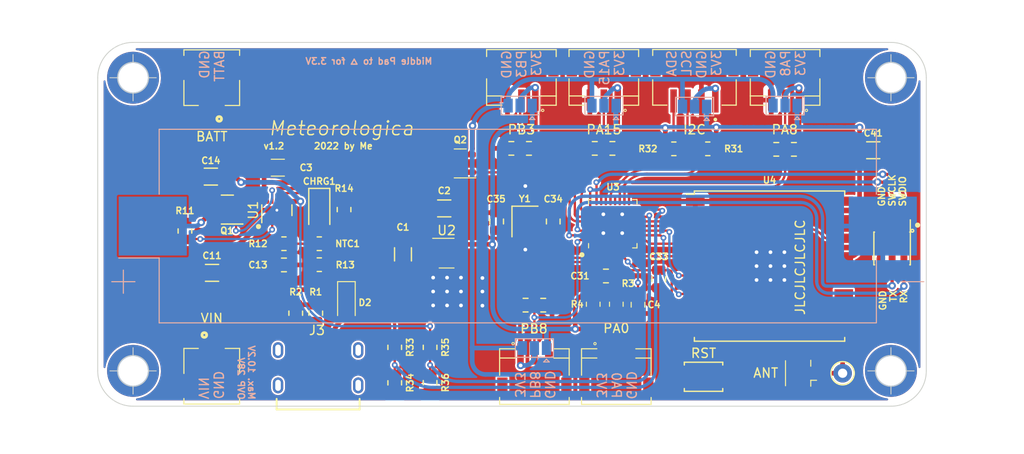
<source format=kicad_pcb>
(kicad_pcb (version 20211014) (generator pcbnew)
  (layers (0 "F.Cu" signal) (31 "B.Cu" signal) (34 "B.Paste" user) (35 "F.Paste" user) (36 "B.SilkS" user "B.Silkscreen") (37 "F.SilkS" user "F.Silkscreen") (38 "B.Mask" user) (39 "F.Mask" user) (44 "Edge.Cuts" user))
  (net 0 "")
  (net 1 "+BATT")
  (net 2 "GND")
  (net 3 "VDD")
  (net 4 "VDC")
  (net 5 "Net-(C13-Pad1)")
  (net 6 "+3V3")
  (net 7 "Net-(C33-Pad1)")
  (net 8 "Net-(C34-Pad2)")
  (net 9 "Net-(C35-Pad1)")
  (net 10 "Net-(D2-Pad2)")
  (net 11 "SWDIO")
  (net 12 "SWCLK")
  (net 13 "TX")
  (net 14 "RX")
  (net 15 "SCL")
  (net 16 "SDA")
  (net 17 "PA8")
  (net 18 "Net-(NTC1-Pad1)")
  (net 19 "Net-(R11-Pad1)")
  (net 20 "ADC_Sol")
  (net 21 "ADC_Batt")
  (net 22 "PB8")
  (net 23 "PA0")
  (net 24 "SCK")
  (net 25 "MOSI")
  (net 26 "RST")
  (net 27 "CS")
  (net 28 "INT")
  (net 29 "MISO")
  (net 43 "Net-(CHRG1-Pad1)")
  (net 44 "Net-(Q1-Pad1)")
  (net 45 "PA15")
  (net 46 "PB3")
  (net 47 "Net-(J3-PadA5)")
  (net 48 "Net-(J3-PadB5)")
  (net 53 "Net-(ANT1-Pad1)")
  (net 54 "Net-(JP1-Pad3)")
  (net 55 "Net-(JP2-Pad3)")
  (net 56 "Net-(JP3-Pad3)")
  (net 57 "Net-(JP4-Pad3)")
  (net 58 "Net-(I2C1-Pad1)")
  (net 59 "VBUS")
  (net 60 "VBUS_EN")
  (net 61 "Net-(CHRG1-Pad2)")
  (net 62 "Net-(PA0-Pad2)")
  (footprint "S3B-ZR-SM4A-TF:JST_S3B-ZR-SM4A-TF" (layer "F.Cu") (at 148.5773 134.18594 180)
    (fp_text reference "PA0")
    (fp_text value "Conn_01x03")
  )
  (footprint "RF_Module:HOPERF_RFM9XW_SMD" (layer "F.Cu") (at 164.338 124.714)
    (fp_text reference "U4")
    (fp_text value "RFM95W-868S2")
  )
  (footprint "Resistor_SMD:R_0805_2012Metric" (layer "F.Cu") (at 145.3388 128.8288 -90)
    (fp_text reference "R4")
    (fp_text value "10k")
  )
  (footprint "Capacitor_SMD:C_0805_2012Metric" (layer "F.Cu") (at 150.1648 128.8796 -90)
    (fp_text reference "C4")
    (fp_text value "0.1uF")
  )
  (footprint "S3B-ZR-SM4A-TF:JST_S3B-ZR-SM4A-TF" (layer "F.Cu") (at 145.731566 106.80926)
    (fp_text reference "PA15")
    (fp_text value "Conn_01x03")
  )
  (footprint "Connector_Pin:Pin_D1.0mm_L10.0mm" (layer "F.Cu") (at 172.212 136.271)
    (fp_text reference "J2" hide)
    (fp_text value "Conn_01x01_Female")
  )
  (footprint "USB4125-GF-A_REVA2:GCT_USB4125-GF-A_REVA2" (layer "F.Cu") (at 115.697 136.779)
    (fp_text reference "J3")
    (fp_text value "USB4125-GF-A_REVA2")
  )
  (footprint "MountingHole:MountingHole_3.2mm_M3_DIN965_Pad" (layer "F.Cu") (at 177.419 104.394)
    (fp_text reference "REF**" hide)
    (fp_text value "MountingHole_3.2mm_M3_DIN965_Pad")
  )
  (footprint "Capacitor_SMD:C_0805_2012Metric" (layer "F.Cu") (at 152.4 126.111 -90)
    (fp_text reference "C33")
    (fp_text value "0.1uF")
  )
  (footprint "MyLib:PinHeader_2x03_P1.27mm_Vertical_SMD_My" (layer "F.Cu") (at 177.546 122.809 -90)
    (fp_text reference "DEBUG1" hide)
    (fp_text value "Conn_02x03_Top_Bottom")
  )
  (footprint "Capacitor_SMD:C_0805_2012Metric" (layer "F.Cu") (at 134.936 119.902 90)
    (fp_text reference "C35")
    (fp_text value "10pF")
  )
  (footprint "S2B-ZR-SM4A-TF_LF__SN_:JST_S2B-ZR-SM4A-TF(LF)(SN)" (layer "F.Cu") (at 104.235 136.1948)
    (fp_text reference "VIN")
    (fp_text value "Conn_01x02")
  )
  (footprint "MyLib:Jumper_3_0805" (layer "F.Cu") (at 146.4564 112.014)
    (fp_text reference "JP3" hide)
    (fp_text value "Jumper_3_Open")
  )
  (footprint "Crystal:Crystal_SMD_2520-4Pin_2.5x2.0mm" (layer "F.Cu") (at 137.984 119.902 -90)
    (fp_text reference "Y1")
    (fp_text value "32KHz")
  )
  (footprint "S3B-ZR-SM4A-TF:JST_S3B-ZR-SM4A-TF" (layer "F.Cu") (at 139.7508 134.18594 180)
    (fp_text reference "PB8")
    (fp_text value "Conn_01x03")
  )
  (footprint "Package_SO:TSOP-5_1.65x3.05mm_P0.95mm" (layer "F.Cu") (at 129.54 123.317)
    (fp_text reference "U2")
    (fp_text value "NCP170ASN330T2G_")
  )
  (footprint "MyLib:Jumper_3_0805" (layer "F.Cu") (at 137.4648 112.014)
    (fp_text reference "JP4" hide)
    (fp_text value "Jumper_3_Open")
  )
  (footprint "Resistor_SMD:R_0805_2012Metric" (layer "F.Cu") (at 112.014 122.301 180)
    (fp_text reference "R12")
    (fp_text value "16.65k")
  )
  (footprint "Capacitor_SMD:C_1206_3216Metric" (layer "F.Cu") (at 104.14 115.062 180)
    (fp_text reference "C14")
    (fp_text value "0.1uF")
  )
  (footprint "Resistor_SMD:R_0805_2012Metric" (layer "F.Cu") (at 118.491 118.618 90)
    (fp_text reference "R14")
    (fp_text value "10k")
  )
  (footprint "Capacitor_SMD:C_1206_3216Metric" (layer "F.Cu") (at 111.3536 114.0968)
    (fp_text reference "C3")
    (fp_text value "1uF")
  )
  (footprint "Resistor_SMD:R_0805_2012Metric" (layer "F.Cu") (at 115.824 122.301)
    (fp_text reference "NTC1")
    (fp_text value "10k")
  )
  (footprint "Diode_SMD:Nexperia_CFP3_SOD-123W" (layer "F.Cu") (at 118.745 128.651 -90)
    (fp_text reference "D2")
    (fp_text value "D_Schottky")
  )
  (footprint "MountingHole:MountingHole_3.2mm_M3_DIN965_Pad" (layer "F.Cu") (at 95.758 136.017)
    (fp_text reference "REF**" hide)
    (fp_text value "MountingHole_3.2mm_M3_DIN965_Pad")
  )
  (footprint "Capacitor_SMD:C_0805_2012Metric" (layer "F.Cu") (at 146.7104 125.7808)
    (fp_text reference "C31")
    (fp_text value "0.1uF")
  )
  (footprint "Capacitor_SMD:C_0805_2012Metric" (layer "F.Cu") (at 141.032 119.902 -90)
    (fp_text reference "C34")
    (fp_text value "10pF")
  )
  (footprint "Resistor_SMD:R_0805_2012Metric" (layer "F.Cu") (at 147.828 128.8288 -90)
    (fp_text reference "R3")
    (fp_text value "160R")
  )
  (footprint "LED_SMD:LED_1206_3216Metric" (layer "F.Cu") (at 115.824 118.618 -90)
    (fp_text reference "CHRG1")
    (fp_text value "Red")
  )
  (footprint "Resistor_SMD:R_0805_2012Metric" (layer "F.Cu") (at 127.762 133.477 -90)
    (fp_text reference "R35")
    (fp_text value "47k")
  )
  (footprint "MountingHole:MountingHole_3.2mm_M3_DIN965_Pad" (layer "F.Cu") (at 95.758 104.394)
    (fp_text reference "REF**" hide)
    (fp_text value "MountingHole_3.2mm_M3_DIN965_Pad")
  )
  (footprint "Capacitor_SMD:C_1206_3216Metric" (layer "F.Cu") (at 129.286 118.491 180)
    (fp_text reference "C2")
    (fp_text value "4.7uF")
  )
  (footprint "MountingHole:MountingHole_3.2mm_M3_DIN965_Pad" (layer "F.Cu") (at 177.419 136.017)
    (fp_text reference "REF**" hide)
    (fp_text value "MountingHole_3.2mm_M3_DIN965_Pad")
  )
  (footprint "Resistor_SMD:R_0805_2012Metric" (layer "F.Cu") (at 157.6832 112.0648 180)
    (fp_text reference "R31")
    (fp_text value "4.7k")
  )
  (footprint "Resistor_SMD:R_0805_2012Metric" (layer "F.Cu") (at 113.284 129.794 90)
    (fp_text reference "R2")
    (fp_text value "5.1k")
  )
  (footprint "Capacitor_SMD:C_1206_3216Metric" (layer "F.Cu") (at 124.841 123.444 -90)
    (fp_text reference "C1")
    (fp_text value "1uF")
  )
  (footprint "Resistor_SMD:R_0805_2012Metric" (layer "F.Cu") (at 101.346 120.9275 90)
    (fp_text reference "R11")
    (fp_text value "1k")
  )
  (footprint "Capacitor_SMD:C_1206_3216Metric" (layer "F.Cu") (at 104.267 125.444)
    (fp_text reference "C11")
    (fp_text value "0.1uF")
  )
  (footprint "Resistor_SMD:R_0805_2012Metric" (layer "F.Cu") (at 154.0256 112.0648)
    (fp_text reference "R32")
    (fp_text value "4.7k")
  )
  (footprint "Resistor_SMD:R_0805_2012Metric" (layer "F.Cu") (at 115.824 124.563)
    (fp_text reference "R13")
    (fp_text value "5.92k")
  )
  (footprint "Package_TO_SOT_SMD:SOT-23" (layer "F.Cu") (at 131.0132 113.6396 180)
    (fp_text reference "Q2")
    (fp_text value "Q_NMOS_GSD")
  )
  (footprint "S3B-ZR-SM4A-TF:JST_S3B-ZR-SM4A-TF" (layer "F.Cu") (at 165.2651 106.80926)
    (fp_text reference "PA8")
    (fp_text value "Conn_01x03")
  )
  (footprint "Capacitor_SMD:C_1206_3216Metric" (layer "F.Cu") (at 175.514 112.2172)
    (fp_text reference "C41")
    (fp_text value "1uF")
  )
  (footprint "MyLib:Jumper_3_0805" (layer "F.Cu") (at 166.0144 112.1156)
    (fp_text reference "JP1" hide)
    (fp_text value "Jumper_3_Open")
  )
  (footprint "Connector_Coaxial:U.FL_Hirose_U.FL-R-SMT-1_Vertical" (layer "F.Cu") (at 167.894 136.271 180)
    (fp_text reference "ANT")
    (fp_text value "Conn_Coaxial")
  )
  (footprint "MyLib:Jumper_3_0805" (layer "F.Cu") (at 139.0015 128.9304 180)
    (fp_text reference "JP2" hide)
    (fp_text value "Jumper_3_Open")
  )
  (footprint "S2B-ZR-SM4A-TF_LF__SN_:JST_S2B-ZR-SM4A-TF(LF)(SN)" (layer "F.Cu") (at 104.235 104.7875 180)
    (fp_text reference "BATT")
    (fp_text value "Conn_01x02")
  )
  (footprint "S3B-ZR-SM4A-TF:JST_S3B-ZR-SM4A-TF" (layer "F.Cu") (at 136.8507 106.80926)
    (fp_text reference "PB3")
    (fp_text value "Conn_01x03")
  )
  (footprint "Button_Switch_SMD:SW_Push_SPST_NO_Alps_SKRK" (layer "F.Cu") (at 157.226 136.652)
    (fp_text reference "RST")
    (fp_text value "SW_Push")
  )
  (footprint "Package_SON:WSON-10-1EP_2x3mm_P0.5mm_EP0.84x2.4mm" (layer "F.Cu") (at 111.252 118.684 90)
    (fp_text reference "U1")
    (fp_text value "BQ25060")
  )
  (footprint "Resistor_SMD:R_0805_2012Metric" (layer "F.Cu") (at 123.952 133.477 -90)
    (fp_text reference "R33")
    (fp_text value "30k")
  )
  (footprint "Resistor_SMD:R_0805_2012Metric" (layer "F.Cu") (at 123.952 137.306 -90)
    (fp_text reference "R34")
    (fp_text value "13k")
  )
  (footprint "Package_DFN_QFN:UFQFPN-32-1EP_5x5mm_P0.5mm_EP3.5x3.5mm" (layer "F.Cu") (at 147.447 120.142 90)
    (fp_text reference "U3")
    (fp_text value "STM32G071KxU")
  )
  (footprint "Capacitor_SMD:C_0805_2012Metric" (layer "F.Cu") (at 112.014 124.587)
    (fp_text reference "C13")
    (fp_text value "0.1uF")
  )
  (footprint "Resistor_SMD:R_0805_2012Metric" (layer "F.Cu") (at 127.762 137.287 -90)
    (fp_text reference "R36")
    (fp_text value "150k")
  )
  (footprint "Resistor_SMD:R_0805_2012Metric" (layer "F.Cu") (at 115.443 129.794 90)
    (fp_text reference "R1")
    (fp_text value "5.1k")
  )
  (footprint "S4B-ZR-SM4A-TF_LF__SN_:JST_S4B-ZR-SM4A-TF(LF)(SN)" (layer "F.Cu") (at 156.247632 106.902 180)
    (fp_text reference "I2C")
    (fp_text value "Conn_01x04")
  )
  (footprint "Package_TO_SOT_SMD:SOT-23" (layer "F.Cu") (at 105.918 118.618 180)
    (fp_text reference "Q1")
    (fp_text value "Q_PMOS_GSD")
  )
  (footprint "Jumper:SolderJumper-3_P1.3mm_Open_Pad1.0x1.5mm" (layer "B.Cu") (at 139.0015 133.5532 180)
    (fp_text reference "LPB8" hide)
    (fp_text value "LowPower")
  )
  (footprint "Jumper:SolderJumper-3_P1.3mm_Open_Pad1.0x1.5mm" (layer "B.Cu") (at 137.4648 107.4 180)
    (fp_text reference "LPB3" hide)
    (fp_text value "LowPower")
  )
  (footprint "MyLib:BatteryHolder_1x18650" (layer "B.Cu") (at 137.2108 120.396)
    (fp_text reference "BT1" hide)
    (fp_text value "Battery_Cell")
  )
  (footprint "Jumper:SolderJumper-3_P1.3mm_Open_Pad1.0x1.5mm" (layer "B.Cu") (at 146.5 107.4075 180)
    (fp_text reference "LPA15" hide)
    (fp_text value "LowPower")
  )
  (footprint "Jumper:SolderJumper-3_P1.3mm_Open_Pad1.0x1.5mm" (layer "B.Cu") (at 156.2608 107.5075 180)
    (fp_text reference "JP6" hide)
    (fp_text value "LowPower")
  )
  (footprint "Jumper:SolderJumper-3_P1.3mm_Open_Pad1.0x1.5mm" (layer "B.Cu") (at 166.0144 107.4 180)
    (fp_text reference "LPA8" hide)
    (fp_text value "LowPower")
  )
  (gr_circle (center 109.2708 120.4468) (end 109.4708 120.4468) (layer "F.SilkS") (width 0.15) (fill solid))
  (gr_circle (center 180.2892 120.2944) (end 180.4892 120.2944) (layer "F.SilkS") (width 0.15) (fill solid))
  (gr_circle (center 144.1196 123.4948) (end 144.3196 123.4948) (layer "F.SilkS") (width 0.15) (fill solid))
  (gr_line (start 181.229 104.394) (end 181.229 136.017) (layer "Edge.Cuts") (width 0.1))
  (gr_arc (start 177.419 100.584) (mid 180.113077 101.699923) (end 181.229 104.394) (layer "Edge.Cuts") (width 0.1))
  (gr_arc (start 181.229 136.017) (mid 180.113077 138.711077) (end 177.419 139.827) (layer "Edge.Cuts") (width 0.1))
  (gr_line (start 91.948 104.394) (end 91.948 136.017) (layer "Edge.Cuts") (width 0.1))
  (gr_arc (start 95.758 139.827) (mid 93.063923 138.711077) (end 91.948 136.017) (layer "Edge.Cuts") (width 0.1))
  (gr_line (start 177.419 139.827) (end 95.758 139.827) (layer "Edge.Cuts") (width 0.1))
  (gr_arc (start 91.948 104.394) (mid 93.063923 101.699923) (end 95.758 100.584) (layer "Edge.Cuts") (width 0.1))
  (gr_line (start 177.419 100.584) (end 95.758 100.584) (layer "Edge.Cuts") (width 0.1))
  (gr_text "GND\nPB8\n3V3" (at 139.0396 137.5156 270) (layer "B.SilkS") (effects (font (size 1 1)) (justify mirror)))
  (gr_text "SDA\nSCL\nGND\n3V3" (at 156.21 101.346 90) (layer "B.SilkS") (effects (font (size 1 1)) (justify left mirror)))
  (gr_text "GND\nPA0\n3V3" (at 147.828 137.5664 270) (layer "B.SilkS") (effects (font (size 1 1)) (justify mirror)))
  (gr_text "GND\nPB3\n3V3" (at 137.6172 101.346 90) (layer "B.SilkS") (effects (font (size 1 1)) (justify left mirror)))
  (gr_text "Middle Pad to △ for 3.3V\n\n" (at 114.2492 103.1748) (layer "B.SilkS") (effects (font (size 0.7 0.7)) (justify right mirror)))
  (gr_text "GND\nPA15\n3V3" (at 146.558 101.346 90) (layer "B.SilkS") (effects (font (size 1 1)) (justify left mirror)))
  (gr_text "GND\nVIN" (at 104.14 139.16521 270) (layer "B.SilkS") (effects (font (size 1 1)) (justify left mirror)))
  (gr_text "GND\nBATT" (at 104.267 101.346 90) (layer "B.SilkS") (effects (font (size 1 1)) (justify left mirror)))
  (gr_text "Max. 10.2V\nOVP 28V" (at 107.95 139.192 270) (layer "B.SilkS") (effects (font (size 0.7 0.7)) (justify left mirror)))
  (gr_text "GND\nPA8\n3V3" (at 166.0652 101.346 90) (layer "B.SilkS") (effects (font (size 1 1)) (justify left mirror)))
  (gr_text "Meteorologica" (at 118.237 109.855) (layer "F.SilkS") (effects (font (size 1.5 1.5) (thickness 0.15) italic)))
  (gr_text "v1.2	2022 by Me" (at 115.697 111.76) (layer "F.SilkS") (effects (font (size 0.7 0.7))))
  (gr_text "GND\nSWCLK\nSWDIO" (at 177.546 118.364 90) (layer "F.SilkS") (effects (font (size 0.7 0.7)) (justify left)))
  (gr_text "GND\nTX\nRX" (at 177.673 127.254 90) (layer "F.SilkS") (effects (font (size 0.7 0.7)) (justify right)))
  (gr_text "JLCJLCJLCJLC" (at 167.64 124.841 90) (layer "F.SilkS") (effects (font (size 1 1))))
  (target plus (at 95.757999 136.017001) (size 5) (width 0.1) (layer "Edge.Cuts"))
  (target plus (at 177.419 104.394) (size 5) (width 0.1) (layer "Edge.Cuts"))
  (target plus (at 95.758 104.394) (size 5) (width 0.1) (layer "Edge.Cuts"))
  (target plus (at 177.419 136.017) (size 5) (width 0.1) (layer "Edge.Cuts"))
  (segment (start 105.615 115.57674) (end 105.615 115.18645) (width 0.5) (layer "F.Cu") (net 1))
  (segment (start 113.792 117.729) (end 112.32902 117.729) (width 0.5) (layer "F.Cu") (net 1))
  (segment (start 107.3912 115.6716) (end 107.0864 115.3668) (width 0.5) (layer "F.Cu") (net 1))
  (segment (start 104.985 111.019071) (end 104.985 106.9375) (width 0.5) (layer "F.Cu") (net 1))
  (segment (start 104.305753 118.794246) (end 103.1 120) (width 0.5) (layer "F.Cu") (net 1))
  (segment (start 104.9805 118.36875) (end 104.9805 117.108559) (width 0.5) (layer "F.Cu") (net 1))
  (segment (start 106.350547 115.062) (end 105.73945 115.062) (width 0.5) (layer "F.Cu") (net 1))
  (segment (start 105.791 114.761549) (end 105.791 112.964928) (width 0.5) (layer "F.Cu") (net 1))
  (segment (start 127.762 131.191) (end 127.762 132.5645) (width 0.25) (layer "F.Cu") (net 1))
  (segment (start 112.32652 117.7315) (end 112.32652 117.734) (width 0.5) (layer "F.Cu") (net 1))
  (via (at 103.1 120) (size 0.8) (drill 0.4) (layers "F.Cu" "B.Cu") (net 1))
  (via (at 113.792 117.729) (size 0.8) (drill 0.4) (layers "F.Cu" "B.Cu") (net 1))
  (via (at 107.3912 115.6716) (size 0.8) (drill 0.4) (layers "F.Cu" "B.Cu") (net 1))
  (via (at 127.762 131.191) (size 0.62) (drill 0.3) (layers "F.Cu" "B.Cu") (net 1))
  (arc (start 105.29775 116.34265) (mid 105.532549 115.991247) (end 105.615 115.57674) (width 0.5) (layer "F.Cu") (net 1))
  (arc (start 104.985 111.019071) (mid 105.089736 111.545616) (end 105.388 111.992) (width 0.5) (layer "F.Cu") (net 1))
  (arc (start 105.73945 115.062) (mid 105.65145 115.09845) (end 105.615 115.18645) (width 0.5) (layer "F.Cu") (net 1))
  (arc (start 105.791 112.964928) (mid 105.686263 112.438383) (end 105.388 111.992) (width 0.5) (layer "F.Cu") (net 1))
  (arc (start 105.615 115.18645) (mid 105.63787 115.071473) (end 105.703 114.974) (width 0.5) (layer "F.Cu") (net 1))
  (arc (start 105.29775 116.34265) (mid 105.06295 116.694052) (end 104.9805 117.108559) (width 0.5) (layer "F.Cu") (net 1))
  (arc (start 106.350547 115.062) (mid 106.748787 115.141214) (end 107.0864 115.3668) (width 0.5) (layer "F.Cu") (net 1))
  (arc (start 112.32652 117.7315) (mid 112.327252 117.729732) (end 112.32902 117.729) (width 0.5) (layer "F.Cu") (net 1))
  (arc (start 104.9805 118.36875) (mid 104.907496 118.544996) (end 104.73125 118.618) (width 0.5) (layer "F.Cu") (net 1))
  (arc (start 105.73945 115.062) (mid 105.691825 115.030177) (end 105.703 114.974) (width 0.5) (layer "F.Cu") (net 1))
  (arc (start 104.305753 118.794246) (mid 104.500972 118.663804) (end 104.73125 118.618) (width 0.5) (layer "F.Cu") (net 1))
  (arc (start 105.791 114.761549) (mid 105.768129 114.876526) (end 105.703 114.974) (width 0.5) (layer "F.Cu") (net 1))
  (segment (start 102.902 120.198) (end 103.1 120) (width 0.5) (layer "B.Cu") (net 1))
  (segment (start 102.423985 120.396) (end 97.8808 120.396) (width 0.5) (layer "B.Cu") (net 1))
  (segment (start 127.762 131.191) (end 118.344853 131.191) (width 0.25) (layer "B.Cu") (net 1))
  (segment (start 107.3912 115.6716) (end 110.683984 115.6716) (width 0.5) (layer "B.Cu") (net 1))
  (segment (start 113.792 117.729) (end 113.792 126.638146) (width 0.25) (layer "B.Cu") (net 1))
  (segment (start 112.477497 116.414497) (end 113.792 117.729) (width 0.5) (layer "B.Cu") (net 1))
  (arc (start 118.344853 131.191) (mid 116.602551 130.844434) (end 115.1255 129.8575) (width 0.25) (layer "B.Cu") (net 1))
  (arc (start 102.902 120.198) (mid 102.682684 120.344541) (end 102.423985 120.396) (width 0.5) (layer "B.Cu") (net 1))
  (arc (start 113.792 126.638146) (mid 114.138565 128.380447) (end 115.1255 129.8575) (width 0.25) (layer "B.Cu") (net 1))
  (arc (start 112.477497 116.414497) (mid 111.654626 115.864673) (end 110.683984 115.6716) (width 0.5) (layer "B.Cu") (net 1))
  (segment (start 147.697 124.667103) (end 147.697 124.501723) (width 0.25) (layer "F.Cu") (net 2))
  (segment (start 147.697 123.903612) (end 147.697 123.972587) (width 0.25) (layer "F.Cu") (net 2))
  (segment (start 147.697 121.344648) (end 147.697 121.603272) (width 0.25) (layer "F.Cu") (net 2))
  (segment (start 147.697 125.623668) (end 147.697 125.624927) (width 0.25) (layer "F.Cu") (net 2))
  (segment (start 147.697 120.58494) (end 147.697 120.568776) (width 0.25) (layer "F.Cu") (net 2))
  (segment (start 147.697 123.554467) (end 147.697 123.810222) (width 0.25) (layer "F.Cu") (net 2))
  (segment (start 147.697 122.213983) (end 147.697 122.002011) (width 0.25) (layer "F.Cu") (net 2))
  (segment (start 147.697 120.698088) (end 147.697 120.762744) (width 0.25) (layer "F.Cu") (net 2))
  (segment (start 147.697 121.086024) (end 147.697 121.344648) (width 0.25) (layer "F.Cu") (net 2))
  (segment (start 147.697 125.694656) (end 147.697 125.710431) (width 0.25) (layer "F.Cu") (net 2))
  (segment (start 147.697 124.264355) (end 147.697 124.276182) (width 0.25) (layer "F.Cu") (net 2))
  (segment (start 147.697 125.376723) (end 147.697 125.435627) (width 0.25) (layer "F.Cu") (net 2))
  (segment (start 147.697 124.373845) (end 147.697 124.437784) (width 0.25) (layer "F.Cu") (net 2))
  (segment (start 147.697 125.11291) (end 147.697 125.167788) (width 0.25) (layer "F.Cu") (net 2))
  (segment (start 147.697 123.205275) (end 147.697 123.083164) (width 0.25) (layer "F.Cu") (net 2))
  (segment (start 147.697 124.743631) (end 147.697 124.820159) (width 0.25) (layer "F.Cu") (net 2))
  (segment (start 147.697 125.11291) (end 147.697 125.097049) (width 0.25) (layer "F.Cu") (net 2))
  (segment (start 147.697 120.762744) (end 147.697 120.8274) (width 0.25) (layer "F.Cu") (net 2))
  (segment (start 147.697 125.349788) (end 147.697 125.376723) (width 0.25) (layer "F.Cu") (net 2))
  (segment (start 147.697 125.718319) (end 147.697 125.710431) (width 0.25) (layer "F.Cu") (net 2))
  (segment (start 147.6787 125.7625) (end 147.6604 125.7808) (width 0.25) (layer "F.Cu") (net 2))
  (segment (start 147.697 123.370437) (end 147.697 123.384841) (width 0.25) (layer "F.Cu") (net 2))
  (segment (start 147.697 124.319978) (end 147.697 124.373845) (width 0.25) (layer "F.Cu") (net 2))
  (segment (start 147.697 120.90822) (end 147.697 121.005204) (width 0.25) (layer "F.Cu") (net 2))
  (segment (start 147.697 120.892056) (end 147.697 120.90822) (width 0.25) (layer "F.Cu") (net 2))
  (segment (start 147.697 125.624927) (end 147.697 125.655638) (width 0.25) (layer "F.Cu") (net 2))
  (segment (start 147.697 121.987609) (end 147.697 121.99481) (width 0.25) (layer "F.Cu") (net 2))
  (segment (start 147.697 125.167788) (end 147.697 125.241292) (width 0.25) (layer "F.Cu") (net 2))
  (segment (start 147.697 123.810222) (end 147.697 123.903612) (width 0.25) (layer "F.Cu") (net 2))
  (segment (start 147.697 125.027578) (end 147.697 125.050735) (width 0.25) (layer "F.Cu") (net 2))
  (segment (start 147.697 125.55721) (end 147.697 125.590439) (width 0.25) (layer "F.Cu") (net 2))
  (segment (start 147.697 125.55721) (end 147.697 125.551421) (width 0.25) (layer "F.Cu") (net 2))
  (segment (start 147.697 122.824538) (end 147.697 122.443803) (width 0.25) (layer "F.Cu") (net 2))
  (segment (start 147.697 123.399245) (end 147.697 123.413649) (width 0.25) (layer "F.Cu") (net 2))
  (segment (start 147.697 122.953851) (end 147.697 123.083164) (width 0.25) (layer "F.Cu") (net 2))
  (segment (start 147.697 124.437784) (end 147.697 124.501723) (width 0.25) (layer "F.Cu") (net 2))
  (segment (start 147.697 125.435627) (end 147.697 125.506614) (width 0.25) (layer "F.Cu") (net 2))
  (segment (start 147.697 124.16364) (end 147.697 124.149296) (width 0.25) (layer "F.Cu") (net 2))
  (segment (start 147.697 124.203926) (end 147.697 124.224069) (width 0.25) (layer "F.Cu") (net 2))
  (segment (start 147.697 121.99481) (end 147.697 122.002011) (width 0.25) (layer "F.Cu") (net 2))
  (segment (start 147.697 125.000139) (end 147.697 125.027578) (width 0.25) (layer "F.Cu") (net 2))
  (segment (start 147.697 125.241292) (end 147.697 125.305231) (width 0.25) (layer "F.Cu") (net 2))
  (segment (start 147.697 124.667103) (end 147.697 124.743631) (width 0.25) (layer "F.Cu") (net 2))
  (segment (start 147.697 125.334683) (end 147.697 125.305231) (width 0.25) (layer "F.Cu") (net 2))
  (segment (start 147.697 123.972587) (end 147.697 124.041562) (width 0.25) (layer "F.Cu") (net 2))
  (segment (start 147.697 125.334683) (end 147.697 125.339718) (width 0.25) (layer "F.Cu") (net 2))
  (segment (start 147.697 124.100465) (end 147.697 124.149296) (width 0.25) (layer "F.Cu") (net 2))
  (segment (start 147.697 125.655638) (end 147.697 125.686349) (width 0.25) (layer "F.Cu") (net 2))
  (segment (start 147.697 120.617268) (end 147.697 120.633432) (width 0.25) (layer "F.Cu") (net 2))
  (segment (start 147.697 123.205275) (end 147.697 123.320184) (width 0.25) (layer "F.Cu") (net 2))
  (segment (start 147.697 125.073892) (end 147.697 125.097049) (width 0.25) (layer "F.Cu") (net 2))
  (segment (start 147.697 124.276182) (end 147.697 124.319978) (width 0.25) (layer "F.Cu") (net 2))
  (segment (start 147.697 124.244212) (end 147.697 124.264355) (width 0.25) (layer "F.Cu") (net 2))
  (segment (start 147.697 122.213983) (end 147.697 122.328893) (width 0.25) (layer "F.Cu") (net 2))
  (segment (start 147.697 121.086024) (end 147.697 121.005204) (width 0.25) (layer "F.Cu") (net 2))
  (segment (start 147.572 120.267) (end 147.447 120.142) (width 0.25) (layer "F.Cu") (net 2))
  (segment (start 147.697 125.590439) (end 147.697 125.623668) (width 0.25) (layer "F.Cu") (net 2))
  (segment (start 147.697 124.820159) (end 147.697 124.922104) (width 0.25) (layer "F.Cu") (net 2))
  (segment (start 147.697 123.320184) (end 147.697 123.370437) (width 0.25) (layer "F.Cu") (net 2))
  (segment (start 147.697 124.922104) (end 147.697 125.000139) (width 0.25) (layer "F.Cu") (net 2))
  (segment (start 147.697 123.413649) (end 147.697 123.428053) (width 0.25) (layer "F.Cu") (net 2))
  (segment (start 147.697 120.58494) (end 147.697 120.617268) (width 0.25) (layer "F.Cu") (net 2))
  (segment (start 147.697 124.224069) (end 147.697 124.244212) (width 0.25) (layer "F.Cu") (net 2))
  (segment (start 147.697 122.328893) (end 147.697 122.443803) (width 0.25) (layer "F.Cu") (net 2))
  (segment (start 147.697 121.603272) (end 147.697 121.861897) (width 0.25) (layer "F.Cu") (net 2))
  (segment (start 147.697 122.824538) (end 147.697 122.953851) (width 0.25) (layer "F.Cu") (net 2))
  (segment (start 147.697 125.686349) (end 147.697 125.694656) (width 0.25) (layer "F.Cu") (net 2))
  (segment (start 147.697 123.554467) (end 147.697 123.428053) (width 0.25) (layer "F.Cu") (net 2))
  (segment (start 147.697 123.384841) (end 147.697 123.399245) (width 0.25) (layer "F.Cu") (net 2))
  (segment (start 147.697 125.050735) (end 147.697 125.073892) (width 0.25) (layer "F.Cu") (net 2))
  (segment (start 147.697 121.861897) (end 147.697 121.987609) (width 0.25) (layer "F.Cu") (net 2))
  (segment (start 147.697 120.633432) (end 147.697 120.698088) (width 0.25) (layer "F.Cu") (net 2))
  (segment (start 147.697 120.8274) (end 147.697 120.892056) (width 0.25) (layer "F.Cu") (net 2))
  (segment (start 147.697 125.339718) (end 147.697 125.344753) (width 0.25) (layer "F.Cu") (net 2))
  (segment (start 147.697 124.183783) (end 147.697 124.203926) (width 0.25) (layer "F.Cu") (net 2))
  (segment (start 147.697 124.041562) (end 147.697 124.100465) (width 0.25) (layer "F.Cu") (net 2))
  (segment (start 147.697 124.16364) (end 147.697 124.183783) (width 0.25) (layer "F.Cu") (net 2))
  (segment (start 147.697 125.506614) (end 147.697 125.551421) (width 0.25) (layer "F.Cu") (net 2))
  (segment (start 147.697 125.344753) (end 147.697 125.349788) (width 0.25) (layer "F.Cu") (net 2))
  (via (at 138.0236 122.936) (size 0.8) (drill 0.4) (layers "F.Cu" "B.Cu") (net 2))
  (via (at 131.0908 127.4572) (size 0.8) (drill 0.4) (layers "F.Cu" "B.Cu") (net 2))
  (via (at 164.4396 126.214) (size 0.8) (drill 0.4) (layers "F.Cu" "B.Cu") (net 2))
  (via (at 146.431 119.126) (size 0.8) (drill 0.4) (layers "F.Cu" "B.Cu") (net 2))
  (via (at 164.4396 124.714) (size 0.8) (drill 0.4) (layers "F.Cu" "B.Cu") (net 2))
  (via (at 131.0908 125.9572) (size 0.8) (drill 0.4) (layers "F.Cu" "B.Cu") (net 2))
  (via (at 138.0236 116.078) (size 0.8) (drill 0.4) (layers "F.Cu" "B.Cu") (net 2))
  (via (at 133.4008 127.4572) (size 0.8) (drill 0.4) (layers "F.Cu" "B.Cu") (net 2))
  (via (at 128.0908 125.9572) (size 0.8) (drill 0.4) (layers "F.Cu" "B.Cu") (net 2))
  (via (at 133.4 126) (size 0.8) (drill 0.4) (layers "F.Cu" "B.Cu") (net 2))
  (via (at 162.9396 123.214) (size 0.8) (drill 0.4) (layers "F.Cu" "B.Cu") (net 2))
  (via (at 129.5908 125.9572) (size 0.8) (drill 0.4) (layers "F.Cu" "B.Cu") (net 2))
  (via (at 165.9396 126.214) (size 0.8) (drill 0.4) (layers "F.Cu" "B.Cu") (net 2))
  (via (at 146.431 121.158) (size 0.8) (drill 0.4) (layers "F.Cu" "B.Cu") (net 2))
  (via (at 162.9396 126.214) (size 0.8) (drill 0.4) (layers "F.Cu" "B.Cu") (net 2))
  (via (at 164.4396 123.214) (size 0.8) (drill 0.4) (layers "F.Cu" "B.Cu") (net 2))
  (via (at 128.0908 127.4572) (size 0.8) (drill 0.4) (layers "F.Cu" "B.Cu") (net 2))
  (via (at 148.463 119.126) (size 0.8) (drill 0.4) (layers "F.Cu" "B.Cu") (net 2))
  (via (at 111.252 118.684) (size 0.62) (drill 0.3) (layers "F.Cu" "B.Cu") (net 2))
  (via (at 165.9396 123.214) (size 0.8) (drill 0.4) (layers "F.Cu" "B.Cu") (net 2))
  (via (at 148.463 121.158) (size 0.8) (drill 0.4) (layers "F.Cu" "B.Cu") (net 2))
  (via (at 162.9396 124.714) (size 0.8) (drill 0.4) (layers "F.Cu" "B.Cu") (net 2))
  (via (at 133.4008 128.9812) (size 0.8) (drill 0.4) (layers "F.Cu" "B.Cu") (net 2))
  (via (at 165.9396 124.714) (size 0.8) (drill 0.4) (layers "F.Cu" "B.Cu") (net 2))
  (via (at 129.5908 128.9572) (size 0.8) (drill 0.4) (layers "F.Cu" "B.Cu") (net 2))
  (via (at 131.0908 128.9572) (size 0.8) (drill 0.4) (layers "F.Cu" "B.Cu") (net 2))
  (via (at 128.0908 128.9572) (size 0.8) (drill 0.4) (layers "F.Cu" "B.Cu") (net 2))
  (via (at 129.5908 127.4572) (size 0.8) (drill 0.4) (layers "F.Cu" "B.Cu") (net 2))
  (arc (start 147.6787 125.7625) (mid 147.692243 125.742229) (end 147.697 125.718319) (width 0.25) (layer "F.Cu") (net 2))
  (arc (start 147.572 120.267) (mid 147.664513 120.405456) (end 147.697 120.568776) (width 0.25) (layer "F.Cu") (net 2))
  (segment (start 102.792 126.978207) (end 102.792 127.001418) (width 0.5) (layer "F.Cu") (net 3))
  (segment (start 102.792 127.18711) (end 102.792 127.190979) (width 0.5) (layer "F.Cu") (net 3))
  (segment (start 102.792 126.178388) (end 102.792 126.195229) (width 0.5) (layer "F.Cu") (net 3))
  (segment (start 102.792 126.943391) (end 102.792 126.958865) (width 0.5) (layer "F.Cu") (net 3))
  (segment (start 102.875648 127.254) (end 118.739878 127.254) (width 0.5) (layer "F.Cu") (net 3))
  (segment (start 102.792 127.557) (end 102.792 127.337648) (width 0.5) (layer "F.Cu") (net 3))
  (segment (start 102.792 124.584764) (end 102.792 124.597674) (width 0.5) (layer "F.Cu") (net 3))
  (segment (start 102.792 124.487937) (end 102.792 124.497326) (width 0.5) (layer "F.Cu") (net 3))
  (segment (start 102.792 124.760228) (end 102.792 124.807174) (width 0.5) (layer "F.Cu") (net 3))
  (segment (start 102.792 124.469159) (end 102.792 124.471506) (width 0.5) (layer "F.Cu") (net 3))
  (segment (start 102.792 125.893804) (end 102.792 125.951671) (width 0.5) (layer "F.Cu") (net 3))
  (segment (start 102.792 127.020761) (end 102.792 127.082658) (width 0.5) (layer "F.Cu") (net 3))
  (segment (start 102.792 124.459772) (end 102.792 124.460358) (width 0.5) (layer "F.Cu") (net 3))
  (segment (start 102.792 124.963009) (end 102.792 124.972195) (width 0.5) (layer "F.Cu") (net 3))
  (segment (start 102.792 124.953823) (end 102.792 124.963009) (width 0.5) (layer "F.Cu") (net 3))
  (segment (start 102.792 126.850545) (end 102.792 126.866019) (width 0.5) (layer "F.Cu") (net 3))
  (segment (start 102.792 124.807174) (end 102.792 124.85412) (width 0.5) (layer "F.Cu") (net 3))
  (segment (start 102.792 124.513759) (end 102.792 124.520801) (width 0.5) (layer "F.Cu") (net 3))
  (segment (start 102.792 126.695803) (end 102.792 126.773174) (width 0.5) (layer "F.Cu") (net 3))
  (segment (start 102.792 124.504368) (end 102.792 124.503781) (width 0.5) (layer "F.Cu") (net 3))
  (segment (start 102.792 124.547207) (end 102.792 124.54662) (width 0.5) (layer "F.Cu") (net 3))
  (segment (start 102.792 126.974339) (end 102.792 126.978207) (width 0.5) (layer "F.Cu") (net 3))
  (segment (start 102.792 125.652886) (end 102.792 125.689225) (width 0.5) (layer "F.Cu") (net 3))
  (segment (start 102.792 124.609997) (end 102.792 124.621734) (width 0.5) (layer "F.Cu") (net 3))
  (segment (start 102.792 126.130019) (end 102.792 126.146142) (width 0.5) (layer "F.Cu") (net 3))
  (segment (start 102.792 124.891272) (end 102.792 124.910456) (width 0.5) (layer "F.Cu") (net 3))
  (segment (start 102.792 124.727365) (end 102.792 124.72267) (width 0.5) (layer "F.Cu") (net 3))
  (segment (start 102.792 124.547207) (end 102.792 124.560117) (width 0.5) (layer "F.Cu") (net 3))
  (segment (start 102.792 125.725564) (end 102.792 125.893804) (width 0.5) (layer "F.Cu") (net 3))
  (segment (start 102.792 124.760228) (end 102.792 124.746144) (width 0.5) (layer "F.Cu") (net 3))
  (segment (start 102.792 124.462118) (end 102.792 124.461531) (width 0.5) (layer "F.Cu") (net 3))
  (segment (start 102.792 124.910456) (end 102.792 124.92964) (width 0.5) (layer "F.Cu") (net 3))
  (segment (start 107.88463 121.731369) (end 109.912884 119.703115) (width 0.5) (layer "F.Cu") (net 3))
  (segment (start 102.792 127.237401) (end 102.792 127.252875) (width 0.5) (layer "F.Cu") (net 3))
  (segment (start 102.792 125.379041) (end 102.792 125.392415) (width 0.5) (layer "F.Cu") (net 3))
  (segment (start 102.792 124.534884) (end 102.792 124.54662) (width 0.5) (layer "F.Cu") (net 3))
  (segment (start 102.792 126.773174) (end 102.792 126.850545) (width 0.5) (layer "F.Cu") (net 3))
  (segment (start 102.792 125.45706) (end 102.792 125.392415) (width 0.5) (layer "F.Cu") (net 3))
  (segment (start 102.792 124.506716) (end 102.792 124.509064) (width 0.5) (layer "F.Cu") (net 3))
  (segment (start 110.079744 119.634) (end 110.177489 119.634) (width 0.5) (layer "F.Cu") (net 3))
  (segment (start 102.792 127.144555) (end 102.792 127.163898) (width 0.5) (layer "F.Cu") (net 3))
  (segment (start 102.792 124.471506) (end 102.792 124.472093) (width 0.5) (layer "F.Cu") (net 3))
  (segment (start 102.792 126.606827) (end 102.792 126.434757) (width 0.5) (layer "F.Cu") (net 3))
  (segment (start 102.792 124.6411) (end 102.792 124.644622) (width 0.5) (layer "F.Cu") (net 3))
  (segment (start 102.792 124.98638) (end 102.792 125.023937) (width 0.5) (layer "F.Cu") (net 3))
  (segment (start 104.442772 122.809) (end 105.283 122.809) (width 0.5) (layer "F.Cu") (net 3))
  (segment (start 102.792 127.256744) (end 102.792 127.264482) (width 0.5) (layer "F.Cu") (net 3))
  (segment (start 102.792 126.162265) (end 102.792 126.178388) (width 0.5) (layer "F.Cu") (net 3))
  (segment (start 102.792 124.675724) (end 102.792 124.685113) (width 0.5) (layer "F.Cu") (net 3))
  (segment (start 102.792 125.043121) (end 102.792 125.080678) (width 0.5) (layer "F.Cu") (net 3))
  (segment (start 102.792 125.043121) (end 102.792 125.023937) (width 0.5) (layer "F.Cu") (net 3))
  (segment (start 102.792 124.647556) (end 102.792 124.644622) (width 0.5) (layer "F.Cu") (net 3))
  (segment (start 102.792 127.082658) (end 102.792 127.144555) (width 0.5) (layer "F.Cu") (net 3))
  (segment (start 102.792 125.365667) (end 102.792 125.379041) (width 0.5) (layer "F.Cu") (net 3))
  (segment (start 102.792 126.927917) (end 102.792 126.912442) (width 0.5) (layer "F.Cu") (net 3))
  (segment (start 102.792 127.190979) (end 102.792 127.206453) (width 0.5) (layer "F.Cu") (net 3))
  (segment (start 102.792 124.497326) (end 102.792 124.50026) (width 0.5) (layer "F.Cu") (net 3))
  (segment (start 102.792 124.85412) (end 102.792 124.872088) (width 0.5) (layer "F.Cu") (net 3))
  (segment (start 102.792 126.958865) (end 102.792 126.974339) (width 0.5) (layer "F.Cu") (net 3))
  (segment (start 102.792 125.599724) (end 102.792 125.652886) (width 0.5) (layer "F.Cu") (net 3))
  (segment (start 102.792 124.638165) (end 102.792 124.640512) (width 0.5) (layer "F.Cu") (net 3))
  (segment (start 102.792 127.020761) (end 102.792 127.001418) (width 0.5) (layer "F.Cu") (net 3))
  (segment (start 102.792 124.464465) (end 102.792 124.466812) (width 0.5) (layer "F.Cu") (net 3))
  (segment (start 102.792 124.703892) (end 102.792 124.713281) (width 0.5) (layer "F.Cu") (net 3))
  (segment (start 102.792 126.113896) (end 102.792 126.130019) (width 0.5) (layer "F.Cu") (net 3))
  (segment (start 102.792 124.523148) (end 102.792 124.520801) (width 0.5) (layer "F.Cu") (net 3))
  (segment (start 102.792 124.504368) (end 102.792 124.506716) (width 0.5) (layer "F.Cu") (net 3))
  (segment (start 123.952 131.30625) (end 123.952 132.5645) (width 0.35) (layer "F.Cu") (net 3))
  (segment (start 102.792 124.59826) (end 102.792 124.609997) (width 0.5) (layer "F.Cu") (net 3))
  (segment (start 102.792 124.633471) (end 102.792 124.631124) (width 0.5) (layer "F.Cu") (net 3))
  (segment (start 102.792 126.059343) (end 102.792 126.009538) (width 0.5) (layer "F.Cu") (net 3))
  (segment (start 102.792 124.472093) (end 102.792 124.475614) (width 0.5) (layer "F.Cu") (net 3))
  (segment (start 102.792 126.146142) (end 102.792 126.162265) (width 0.5) (layer "F.Cu") (net 3))
  (segment (start 102.792 127.264482) (end 102.792 127.268351) (width 0.5) (layer "F.Cu") (net 3))
  (segment (start 102.792 126.059343) (end 102.792 126.101086) (width 0.5) (layer "F.Cu") (net 3))
  (segment (start 102.792 124.513759) (end 102.792 124.511412) (width 0.5) (layer "F.Cu") (net 3))
  (segment (start 102.792 124.633471) (end 102.792 124.635818) (width 0.5) (layer "F.Cu") (net 3))
  (segment (start 102.792 124.685113) (end 102.792 124.694503) (width 0.5) (layer "F.Cu") (net 3))
  (segment (start 102.792 124.656946) (end 102.792 124.666335) (width 0.5) (layer "F.Cu") (net 3))
  (segment (start 102.792 126.368829) (end 102.792 126.434757) (width 0.5) (layer "F.Cu") (net 3))
  (segment (start 102.792 125.365667) (end 102.792 125.235906) (width 0.5) (layer "F.Cu") (net 3))
  (segment (start 102.792 124.647556) (end 102.792 124.656946) (width 0.5) (layer "F.Cu") (net 3))
  (segment (start 102.792 124.713281) (end 102.792 124.72267) (width 0.5) (layer "F.Cu") (net 3))
  (segment (start 102.792 124.50026) (end 102.792 124.503781) (width 0.5) (layer "F.Cu") (net 3))
  (segment (start 102.792 126.101086) (end 102.792 126.113896) (width 0.5) (layer "F.Cu") (net 3))
  (segment (start 102.792 125.169978) (end 102.792 125.235906) (width 0.5) (layer "F.Cu") (net 3))
  (segment (start 102.792 127.206453) (end 102.792 127.221927) (width 0.5) (layer "F.Cu") (net 3))
  (segment (start 102.792 126.302901) (end 102.792 126.245034) (width 0.5) (layer "F.Cu") (net 3))
  (segment (start 102.792 124.635818) (end 102.792 124.638165) (width 0.5) (layer "F.Cu") (net 3))
  (segment (start 102.792 125.689225) (end 102.792 125.725564) (width 0.5) (layer "F.Cu") (net 3))
  (segment (start 102.792 126.195229) (end 102.792 126.245034) (width 0.5) (layer "F.Cu") (net 3))
  (segment (start 102.792 125.951671) (end 102.792 126.009538) (width 0.5) (layer "F.Cu") (net 3))
  (segment (start 102.792 124.621734) (end 102.792 124.624082) (width 0.5) (layer "F.Cu") (net 3))
  (segment (start 102.792 127.268351) (end 102.792 127.337648) (width 0.5) (layer "F.Cu") (net 3))
  (segment (start 102.792 126.927917) (end 102.792 126.943391) (width 0.5) (layer "F.Cu") (net 3))
  (segment (start 102.792 124.666335) (end 102.792 124.675724) (width 0.5) (layer "F.Cu") (net 3))
  (segment (start 102.792 124.694503) (end 102.792 124.703892) (width 0.5) (layer "F.Cu") (net 3))
  (segment (start 102.792 124.523148) (end 102.792 124.534884) (width 0.5) (layer "F.Cu") (net 3))
  (segment (start 102.792 126.866019) (end 102.792 126.912442) (width 0.5) (layer "F.Cu") (net 3))
  (segment (start 102.792 126.302901) (end 102.792 126.368829) (width 0.5) (layer "F.Cu") (net 3))
  (segment (start 102.792 124.462118) (end 102.792 124.464465) (width 0.5) (layer "F.Cu") (net 3))
  (segment (start 102.792 124.466812) (end 102.792 124.469159) (width 0.5) (layer "F.Cu") (net 3))
  (segment (start 102.792 124.478548) (end 102.792 124.475614) (width 0.5) (layer "F.Cu") (net 3))
  (segment (start 103.485 128.994024) (end 103.485 134.0448) (width 0.5) (layer "F.Cu") (net 3))
  (segment (start 102.792 124.872088) (end 102.792 124.891272) (width 0.5) (layer "F.Cu") (net 3))
  (segment (start 102.792 124.509064) (end 102.792 124.511412) (width 0.5) (layer "F.Cu") (net 3))
  (segment (start 123.062282 129.158282) (end 122.010063 128.106063) (width 0.35) (layer "F.Cu") (net 3))
  (segment (start 102.792 124.624082) (end 102.792 124.631124) (width 0.5) (layer "F.Cu") (net 3))
  (segment (start 102.792 124.948824) (end 102.792 124.953823) (width 0.5) (layer "F.Cu") (net 3))
  (segment (start 102.792 125.45706) (end 102.792 125.599724) (width 0.5) (layer "F.Cu") (net 3))
  (segment (start 102.792 125.118235) (end 102.792 125.155792) (width 0.5) (layer "F.Cu") (net 3))
  (segment (start 102.792 124.597674) (end 102.792 124.59826) (width 0.5) (layer "F.Cu") (net 3))
  (segment (start 102.792 124.560117) (end 102.792 124.584764) (width 0.5) (layer "F.Cu") (net 3))
  (segment (start 102.792 126.691935) (end 102.792 126.695803) (width 0.5) (layer "F.Cu") (net 3))
  (segment (start 102.792 124.727365) (end 102.792 124.746144) (width 0.5) (layer "F.Cu") (net 3))
  (segment (start 102.792 127.221927) (end 102.792 127.237401) (width 0.5) (layer "F.Cu") (net 3))
  (segment (start 102.792 124.6411) (end 102.792 124.640512) (width 0.5) (layer "F.Cu") (net 3))
  (segment (start 102.792 124.460358) (end 102.792 124.461531) (width 0.5) (layer "F.Cu") (net 3))
  (segment (start 102.792 124.972195) (end 102.792 124.98638) (width 0.5) (layer "F.Cu") (net 3))
  (segment (start 102.792 127.163898) (end 102.792 127.18711) (width 0.5) (layer "F.Cu") (net 3))
  (segment (start 102.792 125.080678) (end 102.792 125.118235) (width 0.5) (layer "F.Cu") (net 3))
  (segment (start 102.792 126.606827) (end 102.792 126.691935) (width 0.5) (layer "F.Cu") (net 3))
  (segment (start 102.792 127.256744) (end 102.792 127.252875) (width 0.5) (layer "F.Cu") (net 3))
  (segment (start 118.750121 127.254) (end 119.953 127.254) (width 0.35) (layer "F.Cu") (net 3))
  (segment (start 102.792 124.92964) (end 102.792 124.948824) (width 0.5) (layer "F.Cu") (net 3))
  (segment (start 102.971605 127.990605) (end 103.1385 128.1575) (width 0.5) (layer "F.Cu") (net 3))
  (segment (start 102.792 125.155792) (end 102.792 125.169978) (width 0.5) (layer "F.Cu") (net 3))
  (segment (start 102.792 124.478548) (end 102.792 124.487937) (width 0.5) (layer "F.Cu") (net 3))
  (arc (start 102.875648 127.254) (mid 102.843637 127.260367) (end 102.8165 127.2785) (width 0.5) (layer "F.Cu") (net 3))
  (arc (start 105.283 122.809) (mid 106.690992 122.528932) (end 107.88463 121.731369) (width 0.5) (layer "F.Cu") (net 3))
  (arc (start 118.750121 127.254) (mid 118.748161 127.25361) (end 118.7465 127.2525) (width 0.35) (layer "F.Cu") (net 3))
  (arc (start 104.442772 122.809) (mid 103.811048 122.934657) (end 103.2755 123.2925) (width 0.5) (layer "F.Cu") (net 3))
  (arc (start 118.7435 127.2525) (mid 118.745 127.251878) (end 118.7465 127.2525) (width 0.35) (layer "F.Cu") (net 3))
  (arc (start 123.062282 129.158282) (mid 123.720769 130.143778) (end 123.952 131.30625) (width 0.35) (layer "F.Cu") (net 3))
  (arc (start 110.079744 119.634) (mid 109.98944 119.651962) (end 109.912884 119.703115) (width 0.5) (layer "F.Cu") (net 3))
  (arc (start 102.792 127.268351) (mid 102.800859 127.28161) (end 102.8165 127.2785) (width 0.5) (layer "F.Cu") (net 3))
  (arc (start 102.8165 127.2785) (mid 102.798367 127.305637) (end 102.792 127.337648) (width 0.5) (layer "F.Cu") (net 3))
  (arc (start 103.485 128.994024) (mid 103.394947 128.5413) (end 103.1385 128.1575) (width 0.5) (layer "F.Cu") (net 3))
  (arc (start 119.953 127.254) (mid 121.066274 127.475443) (end 122.010063 128.106063) (width 0.35) (layer "F.Cu") (net 3))
  (arc (start 118.7435 127.2525) (mid 118.741838 127.25361) (end 118.739878 127.254) (width 0.5) (layer "F.Cu") (net 3))
  (arc (start 102.792 124.459772) (mid 102.917657 123.828048) (end 103.2755 123.2925) (width 0.5) (layer "F.Cu") (net 3))
  (arc (start 102.792 127.557) (mid 102.838677 127.791665) (end 102.971605 127.990605) (width 0.5) (layer "F.Cu") (net 3))
  (segment (start 109.825469 117.734) (end 110.17748 117.734) (width 0.5) (layer "F.Cu") (net 4))
  (segment (start 118.573472 115.699489) (end 110.007505 115.699489) (width 0.5) (layer "F.Cu") (net 4))
  (segment (start 127.759809 124.267) (end 128.38 124.267) (width 0.5) (layer "F.Cu") (net 4))
  (segment (start 127.5935 121.969) (end 127.700571 121.969) (width 0.5) (layer "F.Cu") (net 4))
  (segment (start 109.8786 115.828394) (end 109.8786 117.305291) (width 0.5) (layer "F.Cu") (net 4))
  (segment (start 124.841 121.605246) (end 124.841 120.031291) (width 0.5) (layer "F.Cu") (net 4))
  (segment (start 127.205 123.71219) (end 127.205 122.3575) (width 0.5) (layer "F.Cu") (net 4))
  (segment (start 118.573472 115.699489) (end 120.509197 115.699489) (width 0.5) (layer "F.Cu") (net 4))
  (segment (start 109.66613 117.668) (end 109.772365 117.561765) (width 0.5) (layer "F.Cu") (net 4))
  (segment (start 118.573472 115.699489) (end 118.505149 115.699489) (width 0.5) (layer "F.Cu") (net 4))
  (segment (start 128.181 122.168) (end 128.38 122.367) (width 0.5) (layer "F.Cu") (net 4))
  (segment (start 109.8786 115.721605) (end 109.8786 114.0968) (width 0.5) (layer "F.Cu") (net 4))
  (segment (start 127.5935 121.969) (end 126.8165 121.969) (width 0.5) (layer "F.Cu") (net 4))
  (segment (start 109.66613 117.668) (end 106.8555 117.668) (width 0.5) (layer "F.Cu") (net 4))
  (segment (start 118.491 115.781961) (end 118.491 117.7055) (width 0.25) (layer "F.Cu") (net 4))
  (segment (start 109.8786 115.828394) (end 109.8786 115.721605) (width 0.5) (layer "F.Cu") (net 4))
  (segment (start 125.204754 121.969) (end 126.8165 121.969) (width 0.5) (layer "F.Cu") (net 4))
  (arc (start 127.5935 121.969) (mid 127.318789 122.082789) (end 127.205 122.3575) (width 0.5) (layer "F.Cu") (net 4))
  (arc (start 118.491 115.781961) (mid 118.497277 115.7504) (end 118.515155 115.723644) (width 0.5) (layer "F.Cu") (net 4))
  (arc (start 128.181 122.168) (mid 127.960577 122.020718) (end 127.700571 121.969) (width 0.5) (layer "F.Cu") (net 4))
  (arc (start 109.66613 117.668) (mid 109.709247 117.676576) (end 109.7458 117.701) (width 0.5) (layer "F.Cu") (net 4))
  (arc (start 118.573472 115.699489) (mid 118.541911 115.705766) (end 118.515155 115.723644) (width 0.5) (layer "F.Cu") (net 4))
  (arc (start 109.772365 117.561765) (mid 109.85099 117.444093) (end 109.8786 117.305291) (width 0.5) (layer "F.Cu") (net 4))
  (arc (start 109.825469 117.734) (mid 109.782352 117.725423) (end 109.7458 117.701) (width 0.5) (layer "F.Cu") (net 4))
  (arc (start 127.759809 124.267) (mid 127.547493 124.224767) (end 127.3675 124.1045) (width 0.5) (layer "F.Cu") (net 4))
  (arc (start 127.205 122.3575) (mid 127.09121 122.082789) (end 126.8165 121.969) (width 0.5) (layer "F.Cu") (net 4))
  (arc (start 123.572244 116.968244) (mid 122.166906 116.029227) (end 120.509197 115.699489) (width 0.5) (layer "F.Cu") (net 4))
  (arc (start 127.3675 124.1045) (mid 127.247232 123.924506) (end 127.205 123.71219) (width 0.5) (layer "F.Cu") (net 4))
  (arc (start 118.505149 115.699489) (mid 118.518222 115.708223) (end 118.515155 115.723644) (width 0.5) (layer "F.Cu") (net 4))
  (arc (start 109.8786 115.828394) (mid 109.888412 115.779064) (end 109.916355 115.737244) (width 0.5) (layer "F.Cu") (net 4))
  (arc (start 109.8786 115.721605) (mid 109.892252 115.742038) (end 109.916355 115.737244) (width 0.5) (layer "F.Cu") (net 4))
  (arc (start 123.572244 116.968244) (mid 124.511261 118.373582) (end 124.841 120.031291) (width 0.5) (layer "F.Cu") (net 4))
  (arc (start 109.916355 115.737244) (mid 109.958175 115.709301) (end 110.007505 115.699489) (width 0.5) (layer "F.Cu") (net 4))
  (arc (start 124.841 121.605246) (mid 124.947541 121.862459) (end 125.204754 121.969) (width 0.5) (layer "F.Cu") (net 4))
  (segment (start 111.1015 122.760972) (end 111.1015 124.522983) (width 0.25) (layer "F.Cu") (net 5))
  (segment (start 111.08275 124.56825) (end 111.064 124.587) (width 0.25) (layer "F.Cu") (net 5))
  (segment (start 111.752 121.190527) (end 111.752 119.634) (width 0.25) (layer "F.Cu") (net 5))
  (arc (start 111.1015 122.760972) (mid 111.186029 122.336013) (end 111.42675 121.97575) (width 0.25) (layer "F.Cu") (net 5))
  (arc (start 111.1015 124.522983) (mid 111.096627 124.547481) (end 111.08275 124.56825) (width 0.25) (layer "F.Cu") (net 5))
  (arc (start 111.752 121.190527) (mid 111.66747 121.615486) (end 111.42675 121.97575) (width 0.25) (layer "F.Cu") (net 5))
  (segment (start 145.762828 125.778365) (end 145.76269 125.778503) (width 0.25) (layer "F.Cu") (net 6))
  (segment (start 130.0757 115.163919) (end 130.0757 113.6396) (width 0.5) (layer "F.Cu") (net 6))
  (segment (start 145.763102 125.778091) (end 145.762965 125.778228) (width 0.25) (layer "F.Cu") (net 6))
  (segment (start 145.760137 125.781058) (end 145.760055 125.78114) (width 0.25) (layer "F.Cu") (net 6))
  (segment (start 145.759738 125.781458) (end 145.759793 125.781404) (width 0.25) (layer "F.Cu") (net 6))
  (segment (start 145.763569 125.777624) (end 145.763102 125.778091) (width 0.25) (layer "F.Cu") (net 6))
  (segment (start 130.7 118.938936) (end 130.7 122.328001) (width 0.5) (layer "F.Cu") (net 6))
  (segment (start 134.4625 122.3721) (end 134.4676 122.3772) (width 0.5) (layer "F.Cu") (net 6))
  (segment (start 145.760727 125.780468) (end 145.760837 125.780359) (width 0.25) (layer "F.Cu") (net 6))
  (segment (start 145.759521 125.781679) (end 145.759548 125.781651) (width 0.25) (layer "F.Cu") (net 6))
  (segment (start 174.0445 109.7555) (end 174.05 109.75) (width 0.5) (layer "F.Cu") (net 6))
  (segment (start 144.0688 127.9144) (end 145.3369 127.9144) (width 0.5) (layer "F.Cu") (net 6))
  (segment (start 145.767431 125.773767) (end 146.573084 124.968115) (width 0.25) (layer "F.Cu") (net 6))
  (segment (start 145.3369 127.9144) (end 145.3388 127.9163) (width 0.5) (layer "F.Cu") (net 6))
  (segment (start 145.9272 131.5) (end 146.3287 131.9015) (width 0.5) (layer "F.Cu") (net 6))
  (segment (start 145.3388 127.9163) (end 145.3388 126.2024) (width 0.5) (layer "F.Cu") (net 6))
  (segment (start 143.4 131.5) (end 145.9272 131.5) (width 0.5) (layer "F.Cu") (net 6))
  (segment (start 145.761825 125.779368) (end 145.76177 125.779423) (width 0.25) (layer "F.Cu") (net 6))
  (segment (start 147.197 123.46185) (end 147.197 122.5795) (width 0.25) (layer "F.Cu") (net 6))
  (segment (start 143.4 128.5832) (end 144.0688 127.9144) (width 0.5) (layer "F.Cu") (net 6))
  (segment (start 145.760507 125.780687) (end 145.760341 125.780852) (width 0.25) (layer "F.Cu") (net 6))
  (segment (start 158.5957 109.75734) (end 158.5957 112.0648) (width 0.5) (layer "F.Cu") (net 6))
  (segment (start 153.1131 109.822363) (end 153.1131 112.0648) (width 0.5) (layer "F.Cu") (net 6))
  (segment (start 145.765081 125.776114) (end 145.765672 125.775524) (width 0.25) (layer "F.Cu") (net 6))
  (segment (start 153.10655 109.80655) (end 153.1 109.8) (width 0.5) (layer "F.Cu") (net 6))
  (segment (start 134.450187 122.367) (end 130.7 122.367) (width 0.5) (layer "F.Cu") (net 6))
  (segment (start 145.760055 125.78114) (end 145.760014 125.781181) (width 0.25) (layer "F.Cu") (net 6))
  (segment (start 130.761 116.81838) (end 130.761 118.491) (width 0.5) (layer "F.Cu") (net 6))
  (segment (start 145.760137 125.781058) (end 145.760178 125.781017) (width 0.25) (layer "F.Cu") (net 6))
  (segment (start 130.794 118.712) (end 130.888 118.618) (width 0.5) (layer "F.Cu") (net 6))
  (segment (start 145.761659 125.779534) (end 145.761276 125.779919) (width 0.25) (layer "F.Cu") (net 6))
  (segment (start 145.76361 125.777583) (end 145.763596 125.777597) (width 0.25) (layer "F.Cu") (net 6))
  (segment (start 143.4 131.5) (end 143.4 128.5832) (width 0.5) (layer "F.Cu") (net 6))
  (segment (start 145.767431 125.773767) (end 145.765672 125.775524) (width 0.25) (layer "F.Cu") (net 6))
  (segment (start 145.3388 126.2024) (end 145.7604 125.7808) (width 0.5) (layer "F.Cu") (net 6))
  (segment (start 174.039 109.768778) (end 174.039 122.562385) (width 0.5) (layer "F.Cu") (net 6))
  (segment (start 145.759601 125.781596) (end 145.759629 125.781567) (width 0.25) (layer "F.Cu") (net 6))
  (segment (start 145.762485 125.77871) (end 145.762553 125.778641) (width 0.25) (layer "F.Cu") (net 6))
  (segment (start 146.3287 131.9015) (end 146.3287 134.180862) (width 0.5) (layer "F.Cu") (net 6))
  (segment (start 145.764504 125.776691) (end 145.764216 125.776979) (width 0.25) (layer "F.Cu") (net 6))
  (segment (start 158.59785 109.75215) (end 158.6 109.75) (width 0.5) (layer "F.Cu") (net 6))
  (segment (start 172.887385 123.714) (end 172.338 123.714) (width 0.5) (layer "F.Cu") (net 6))
  (segment (start 145.765081 125.776114) (end 145.764504 125.776691) (width 0.25) (layer "F.Cu") (net 6))
  (via (at 174.05 109.75) (size 0.8) (drill 0.4) (layers "F.Cu" "B.Cu") (net 6))
  (via (at 134.4676 122.3772) (size 0.8) (drill 0.4) (layers "F.Cu" "B.Cu") (net 6))
  (via (at 143.4 131.5) (size 0.8) (drill 0.4) (layers "F.Cu" "B.Cu") (net 6))
  (via (at 153.1 109.8) (size 0.8) (drill 0.4) (layers "F.Cu" "B.Cu") (net 6))
  (via (at 158.6 109.75) (size 0.8) (drill 0.4) (layers "F.Cu" "B.Cu") (net 6))
  (arc (start 130.7 118.938936) (mid 130.724429 118.816119) (end 130.794 118.712) (width 0.5) (layer "F.Cu") (net 6))
  (arc (start 145.761825 125.779368) (mid 145.762155 125.779039) (end 145.762485 125.77871) (width 0.25) (layer "F.Cu") (net 6))
  (arc (start 145.760727 125.780468) (mid 145.760617 125.780577) (end 145.760507 125.780687) (width 0.25) (layer "F.Cu") (net 6))
  (arc (start 145.76361 125.777583) (mid 145.763913 125.777281) (end 145.764216 125.776979) (width 0.25) (layer "F.Cu") (net 6))
  (arc (start 130.7 122.328001) (mid 130.711423 122.355577) (end 130.738999 122.367) (width 0.5) (layer "F.Cu") (net 6))
  (arc (start 145.762965 125.778228) (mid 145.762896 125.778296) (end 145.762828 125.778365) (width 0.25) (layer "F.Cu") (net 6))
  (arc (start 145.760341 125.780852) (mid 145.760259 125.780934) (end 145.760178 125.781017) (width 0.25) (layer "F.Cu") (net 6))
  (arc (start 145.761659 125.779534) (mid 145.761714 125.779478) (end 145.76177 125.779423) (width 0.25) (layer "F.Cu") (net 6))
  (arc (start 130.41835 115.99115) (mid 130.671948 116.370686) (end 130.761 116.81838) (width 0.5) (layer "F.Cu") (net 6))
  (arc (start 173.7017 123.3767) (mid 173.951338 123.003089) (end 174.039 122.562385) (width 0.5) (layer "F.Cu") (net 6))
  (arc (start 145.759521 125.781679) (mid 145.758547 125.782329) (end 145.757398 125.782558) (width 0.5) (layer "F.Cu") (net 6))
  (arc (start 130.41835 115.99115) (mid 130.164751 115.611613) (end 130.0757 115.163919) (width 0.5) (layer "F.Cu") (net 6))
  (arc (start 145.763596 125.777597) (mid 145.763582 125.77761) (end 145.763569 125.777624) (width 0.25) (layer "F.Cu") (net 6))
  (arc (start 145.76269 125.778503) (mid 145.762621 125.778572) (end 145.762553 125.778641) (width 0.25) (layer "F.Cu") (net 6))
  (arc (start 145.759738 125.781458) (mid 145.759683 125.781512) (end 145.759629 125.781567) (width 0.25) (layer "F.Cu") (net 6))
  (arc (start 158.59785 109.75215) (mid 158.596258 109.754531) (end 158.5957 109.75734) (width 0.5) (layer "F.Cu") (net 6))
  (arc (start 134.4625 122.3721) (mid 134.45685 122.368325) (end 134.450187 122.367) (width 0.5) (layer "F.Cu") (net 6))
  (arc (start 145.759904 125.781293) (mid 145.759959 125.781237) (end 145.760014 125.781181) (width 0.25) (layer "F.Cu") (net 6))
  (arc (start 174.0445 109.7555) (mid 174.040429 109.761592) (end 174.039 109.768778) (width 0.5) (layer "F.Cu") (net 6))
  (arc (start 145.760837 125.780359) (mid 145.761056 125.780139) (end 145.761276 125.779919) (width 0.25) (layer "F.Cu") (net 6))
  (arc (start 145.759793 125.781404) (mid 145.759848 125.781348) (end 145.759904 125.781293) (width 0.25) (layer "F.Cu") (net 6))
  (arc (start 145.759601 125.781596) (mid 145.759574 125.781623) (end 145.759548 125.781651) (width 0.25) (layer "F.Cu") (net 6))
  (arc (start 147.197 123.46185) (mid 147.034849 124.277034) (end 146.573084 124.968115) (width 0.25) (layer "F.Cu") (net 6))
  (arc (start 173.7017 123.3767) (mid 173.328089 123.626338) (end 172.887385 123.714) (width 0.5) (layer "F.Cu") (net 6))
  (arc (start 153.10655 109.80655) (mid 153.111397 109.813805) (end 153.1131 109.822363) (width 0.5) (layer "F.Cu") (net 6))
  (segment (start 170.997703 109.75) (end 171.036748 109.75) (width 0.5) (layer "B.Cu") (net 6))
  (segment (start 160.841016 109.75) (end 160.685729 109.75) (width 0.5) (layer "B.Cu") (net 6))
  (segment (start 169.573286 109.75) (end 169.367716 109.75) (width 0.5) (layer "B.Cu") (net 6))
  (segment (start 166.138439 109.75) (end 166.113524 109.75) (width 0.5) (layer "B.Cu") (net 6))
  (segment (start 157.5608 109.731563) (end 157.5608 107.5075) (width 0.5) (layer "B.Cu") (net 6))
  (segment (start 173.378642 109.75) (end 173.344213 109.75) (width 0.5) (layer "B.Cu") (net 6))
  (segment (start 138.775109 109.75) (end 136.719238 109.75) (width 0.5) (layer "B.Cu") (net 6))
  (segment (start 166.163354 109.75) (end 166.138439 109.75) (width 0.5) (layer "B.Cu") (net 6))
  (segment (start 137.010129 131.5) (end 140.32496 131.5) (width 0.5) (layer "B.Cu") (net 6))
  (segment (start 138.7648 109.689909) (end 138.7648 107.4) (width 0.5) (layer "B.Cu") (net 6))
  (segment (start 171.46424 109.75) (end 171.382034 109.75) (width 0.5) (layer "B.Cu") (net 6))
  (segment (start 169.778856 109.75) (end 169.573286 109.75) (width 0.5) (layer "B.Cu") (net 6))
  (segment (start 171.480704 109.75) (end 171.472472 109.75) (width 0.5) (layer "B.Cu") (net 6))
  (segment (start 140.438239 131.5) (end 143.4 131.5) (width 0.5) (layer "B.Cu") (net 6))
  (segment (start 174.032785 109.75) (end 174.05 109.75) (width 0.5) (layer "B.Cu") (net 6))
  (segment (start 165.560105 109.75) (end 165.495136 109.75) (width 0.5) (layer "B.Cu") (net 6))
  (segment (start 168.611287 109.75) (end 168.335858 109.75) (width 0.5) (layer "B.Cu") (net 6))
  (segment (start 159.78724 109.75) (end 160.375155 109.75) (width 0.5) (layer "B.Cu") (net 6))
  (segment (start 158.496542 109.75) (end 158.339658 109.75) (width 0.5) (layer "B.Cu") (net 6))
  (segment (start 168.335858 109.75) (end 168.300929 109.75) (width 0.5) (layer "B.Cu") (net 6))
  (segment (start 171.937007 109.75) (end 171.756132 109.75) (width 0.5) (layer "B.Cu") (net 6))
  (segment (start 170.997703 109.75) (end 170.90315 109.75) (width 0.5) (layer "B.Cu") (net 6))
  (segment (start 140.3015 131.636739) (end 140.3015 133.5532) (width 0.5) (layer "B.Cu") (net 6))
  (segment (start 140.32496 131.5) (end 140.438239 131.5) (width 0.5) (layer "B.Cu") (net 6))
  (segment (start 167.230142 109.75) (end 167.090426 109.75) (width 0.5) (layer "B.Cu") (net 6))
  (segment (start 147.8 109.664644) (end 147.8 107.4075) (width 0.5) (layer "B.Cu") (net 6))
  (segment (start 168.095359 109.75) (end 168.06043 109.75) (width 0.5) (layer "B.Cu") (net 6))
  (segment (start 158.653426 109.75) (end 159.034932 109.75) (width 0.5) (layer "B.Cu") (net 6))
  (segment (start 163.997492 109.75) (end 163.642932 109.75) (width 0.5) (layer "B.Cu") (net 6))
  (segment (start 173.344213 109.75) (end 173.309784 109.75) (width 0.5) (layer "B.Cu") (net 6))
  (segment (start 163.432743 109.75) (end 162.657805 109.75) (width 0.5) (layer "B.Cu") (net 6))
  (segment (start 157.684804 109.75) (end 157.600025 109.75) (width 0.5) (layer "B.Cu") (net 6))
  (segment (start 164.339314 109.75) (end 164.450778 109.75) (width 0.5) (layer "B.Cu") (net 6))
  (segment (start 164.739522 109.75) (end 164.450778 109.75) (width 0.5) (layer "B.Cu") (net 6))
  (segment (start 159.397426 109.75) (end 159.38832 109.75) (width 0.5) (layer "B.Cu") (net 6))
  (segment (start 171.209391 109.75) (end 171.036748 109.75) (width 0.5) (layer "B.Cu") (net 6))
  (segment (start 165.09387 109.75) (end 164.739522 109.75) (width 0.5) (layer "B.Cu") (net 6))
  (segment (start 173.567999 109.75) (end 173.430285 109.75) (width 0.5) (layer "B.Cu") (net 6))
  (segment (start 171.472472 109.75) (end 171.46424 109.75) (width 0.5) (layer "B.Cu") (net 6))
  (segment (start 158.653426 109.75) (end 158.496542 109.75) (width 0.5) (layer "B.Cu") (net 6))
  (segment (start 170.674999 109.75) (end 170.313249 109.75) (width 0.5) (layer "B.Cu") (net 6))
  (segment (start 138.775109 109.75) (end 138.82489 109.75) (width 0.5) (layer "B.Cu") (net 6))
  (segment (start 166.950709 109.75) (end 166.939612 109.75) (width 0.5) (layer "B.Cu") (net 6))
  (segment (start 173.843427 109.75) (end 173.705713 109.75) (width 0.5) (layer "B.Cu") (net 6))
  (segment (start 158.017582 109.75) (end 157.880509 109.75) (width 0.5) (layer "B.Cu") (net 6))
  (segment (start 161.117559 109.75) (end 161.313264 109.75) (width 0.5) (layer "B.Cu") (net 6))
  (segment (start 167.509574 109.75) (end 167.369858 109.75) (width 0.5) (layer "B.Cu") (net 6))
  (segment (start 158.300836 109.75) (end 158.066309 109.75) (width 0.5) (layer "B.Cu") (net 6))
  (segment (start 164.141863 109.75) (end 163.997492 109.75) (width 0.5) (layer "B.Cu") (net 6))
  (segment (start 166.961806 109.75) (end 166.950709 109.75) (width 0.5) (layer "B.Cu") (net 6))
  (segment (start 168.886716 109.75) (end 168.611287 109.75) (width 0.5) (layer "B.Cu") (net 6))
  (segment (start 159.211626 109.75) (end 159.034932 109.75) (width 0.5) (layer "B.Cu") (net 6))
  (segment (start 170.90315 109.75) (end 170.808597 109.75) (width 0.5) (layer "B.Cu") (net 6))
  (segment (start 157.743436 109.75) (end 157.684804 109.75) (width 0.5) (layer "B.Cu") (net 6))
  (segment (start 160.530442 109.75) (end 160.375155 109.75) (width 0.5) (layer "B.Cu") (net 6))
  (segment (start 167.3144 107.4) (end 167.3144 109.7356) (width 0.5) (layer "B.Cu") (net 6))
  (segment (start 173.309784 109.75) (end 173.206498 109.75) (width 0.5) (layer "B.Cu") (net 6))
  (segment (start 159.78724 109.75) (end 159.592333 109.75) (width 0.5) (layer "B.Cu") (net 6))
  (segment (start 173.843427 109.75) (end 173.895069 109.75) (width 0.5) (layer "B.Cu") (net 6))
  (segment (start 134.5 122.321889) (end 134.5 111.969238) (width 0.5) (layer "B.Cu") (net 6))
  (segment (start 147.885355 109.75) (end 157.542363 109.75) (width 0.5) (layer "B.Cu") (net 6))
  (segment (start 134.4676 122.3772) (end 134.4838 122.3934) (width 0.5) (layer "B.Cu") (net 6))
  (segment (start 166.928515 109.75) (end 166.893586 109.75) (width 0.5) (layer "B.Cu") (net 6))
  (segment (start 172.862212 109.75) (end 172.672855 109.75) (width 0.5) (layer "B.Cu") (net 6))
  (segment (start 157.600025 109.75) (end 157.557636 109.75) (width 0.5) (layer "B.Cu") (net 6))
  (segment (start 167.722151 109.75) (end 167.720149 109.75) (width 0.5) (layer "B.Cu") (net 6))
  (segment (start 171.756132 109.75) (end 171.575257 109.75) (width 0.5) (layer "B.Cu") (net 6))
  (segment (start 147.814644 109.75) (end 147.885355 109.75) (width 0.5) (layer "B.Cu") (net 6))
  (segment (start 173.705713 109.75) (end 173.567999 109.75) (width 0.5) (layer "B.Cu") (net 6))
  (segment (start 173.206498 109.75) (end 173.034355 109.75) (width 0.5) (layer "B.Cu") (net 6))
  (segment (start 167.924718 109.75) (end 167.789006 109.75) (width 0.5) (layer "B.Cu") (net 6))
  (segment (start 162.568334 109.75) (end 161.940799 109.75) (width 0.5) (layer "B.Cu") (net 6))
  (segment (start 159.592333 109.75) (end 159.397426 109.75) (width 0.5) (layer "B.Cu") (net 6))
  (segment (start 173.998356 109.75) (end 173.963927 109.75) (width 0.5) (layer "B.Cu") (net 6))
  (segment (start 167.722151 109.75) (end 167.789006 109.75) (width 0.5) (layer "B.Cu") (net 6))
  (segment (start 134.5 122.43251) (end 134.5 128.98987) (width 0.5) (layer "B.Cu") (net 6))
  (segment (start 160.881435 109.75) (end 160.841016 109.75) (width 0.5) (layer "B.Cu") (net 6))
  (segment (start 166.777702 109.75) (end 166.626889 109.75) (width 0.5) (layer "B.Cu") (net 6))
  (segment (start 173.034355 109.75) (end 172.862212 109.75) (width 0.5) (layer "B.Cu") (net 6))
  (segment (start 164.20768 109.75) (end 164.141863 109.75) (width 0.5) (layer "B.Cu") (net 6))
  (segment (start 167.052723 109.75) (end 166.988413 109.75) (width 0.5) (layer "B.Cu") (net 6))
  (segment (start 166.626889 109.75) (end 166.476076 109.75) (width 0.5) (layer "B.Cu") (net 6))
  (segment (start 147.814644 109.75) (end 138.82489 109.75) (width 0.5) (layer "B.Cu") (net 6))
  (segment (start 164.273497 109.75) (end 164.20768 109.75) (width 0.5) (layer "B.Cu") (net 6))
  (segment (start 173.378642 109.75) (end 173.430285 109.75) (width 0.5) (layer "B.Cu") (net 6))
  (segment (start 166.777702 109.75) (end 166.812631 109.75) (width 0.5) (layer "B.Cu") (net 6))
  (segment (start 169.984426 109.75) (end 169.778856 109.75) (width 0.5) (layer "B.Cu") (net 6))
  (segment (start 162.568334 109.75) (end 162.657805 109.75) (width 0.5) (layer "B.Cu") (net 6))
  (segment (start 166.988413 109.75) (end 166.961806 109.75) (width 0.5) (layer "B.Cu") (net 6))
  (segment (start 174.032785 109.75) (end 173.998356 109.75) (width 0.5) (layer "B.Cu") (net 6))
  (segment (start 165.625074 109.75) (end 165.560105 109.75) (width 0.5) (layer "B.Cu") (net 6))
  (segment (start 165.383037 109.75) (end 165.495136 109.75) (width 0.5) (layer "B.Cu") (net 6))
  (segment (start 157.542363 109.75) (end 157.557636 109.75) (width 0.5) (layer "B.Cu") (net 6))
  (segment (start 173.963927 109.75) (end 173.929498 109.75) (width 0.5) (layer "B.Cu") (net 6))
  (segment (start 161.117559 109.75) (end 160.881435 109.75) (width 0.5) (layer "B.Cu") (net 6))
  (segment (start 165.690043 109.75) (end 165.625074 109.75) (width 0.5) (layer "B.Cu") (net 6))
  (segment (start 158.300836 109.75) (end 158.339658 109.75) (width 0.5) (layer "B.Cu") (net 6))
  (segment (start 167.052723 109.75) (end 167.090426 109.75) (width 0.5) (layer "B.Cu") (net 6))
  (segment (start 166.893586 109.75) (end 166.812631 109.75) (width 0.5) (layer "B.Cu") (net 6))
  (segment (start 165.690043 109.75) (end 166.113524 109.75) (width 0.5) (layer "B.Cu") (net 6))
  (segment (start 159.38832 109.75) (end 159.211626 109.75) (width 0.5) (layer "B.Cu") (net 6))
  (segment (start 171.382034 109.75) (end 171.209391 109.75) (width 0.5) (layer "B.Cu") (net 6))
  (segment (start 167.369858 109.75) (end 167.230142 109.75) (width 0.5) (layer "B.Cu") (net 6))
  (segment (start 170.808597 109.75) (end 170.674999 109.75) (width 0.5) (layer "B.Cu") (net 6))
  (segment (start 158.066309 109.75) (end 158.017582 109.75) (width 0.5) (layer "B.Cu") (net 6))
  (segment (start 163.642932 109.75) (end 163.432743 109.75) (width 0.5) (layer "B.Cu") (net 6))
  (segment (start 172.121998 109.75) (end 171.937007 109.75) (width 0.5) (layer "B.Cu") (net 6))
  (segment (start 167.64929 109.75) (end 167.718147 109.75) (width 0.5) (layer "B.Cu") (net 6))
  (segment (start 166.476076 109.75) (end 166.188269 109.75) (width 0.5) (layer "B.Cu") (net 6))
  (segment (start 167.720149 109.75) (end 167.718147 109.75) (width 0.5) (layer "B.Cu") (net 6))
  (segment (start 172.672855 109.75) (end 172.121998 109.75) (width 0.5) (layer "B.Cu") (net 6))
  (segment (start 164.339314 109.75) (end 164.273497 109.75) (width 0.5) (layer "B.Cu") (net 6))
  (segment (start 157.880509 109.75) (end 157.743436 109.75) (width 0.5) (layer "B.Cu") (net 6))
  (segment (start 168.300929 109.75) (end 168.095359 109.75) (width 0.5) (layer "B.Cu") (net 6))
  (segment (start 160.685729 109.75) (end 160.530442 109.75) (width 0.5) (layer "B.Cu") (net 6))
  (segment (start 168.06043 109.75) (end 167.924718 109.75) (width 0.5) (layer "B.Cu") (net 6))
  (segment (start 134.4676 122.3772) (end 134.4838 122.361) (width 0.5) (layer "B.Cu") (net 6))
  (segment (start 161.940799 109.75) (end 161.313264 109.75) (width 0.5) (layer "B.Cu") (net 6))
  (segment (start 169.367716 109.75) (end 168.886716 109.75) (width 0.5) (layer "B.Cu") (net 6))
  (segment (start 173.929498 109.75) (end 173.895069 109.75) (width 0.5) (layer "B.Cu") (net 6))
  (segment (start 167.64929 109.75) (end 167.509574 109.75) (width 0.5) (layer "B.Cu") (net 6))
  (segment (start 166.188269 109.75) (end 166.163354 109.75) (width 0.5) (layer "B.Cu") (net 6))
  (segment (start 165.383037 109.75) (end 165.09387 109.75) (width 0.5) (layer "B.Cu") (net 6))
  (segment (start 171.480704 109.75) (end 171.575257 109.75) (width 0.5) (layer "B.Cu") (net 6))
  (segment (start 166.939612 109.75) (end 166.928515 109.75) (width 0.5) (layer "B.Cu") (net 6))
  (segment (start 169.984426 109.75) (end 170.313249 109.75) (width 0.5) (layer "B.Cu") (net 6))
  (arc (start 134.5 122.43251) (mid 134.495789 122.411343) (end 134.4838 122.3934) (width 0.5) (layer "B.Cu") (net 6))
  (arc (start 138.775109 109.75) (mid 138.784634 109.743635) (end 138.7824 109.7324) (width 0.5) (layer "B.Cu") (net 6))
  (arc (start 134.5 122.321889) (mid 134.495789 122.343055) (end 134.4838 122.361) (width 0.5) (layer "B.Cu") (net 6))
  (arc (start 140.3015 131.636739) (mid 140.311908 131.584411) (end 140.34155 131.54005) (width 0.5) (layer "B.Cu") (net 6))
  (arc (start 157.5554 109.7446) (mid 157.549418 109.748596) (end 157.542363 109.75) (width 0.5) (layer "B.Cu") (net 6))
  (arc (start 135.15 110.4) (mid 134.668934 111.119973) (end 134.5 111.969238) (width 0.5) (layer "B.Cu") (net 6))
  (arc (start 140.34155 131.54005) (mid 140.385911 131.510408) (end 140.438239 131.5) (width 0.5) (layer "B.Cu") (net 6))
  (arc (start 138.7824 109.7324) (mid 138.769374 109.712905) (end 138.7648 109.689909) (width 0.5) (layer "B.Cu") (net 6))
  (arc (start 147.825 109.725) (mid 147.828174 109.740959) (end 147.814644 109.75) (width 0.5) (layer "B.Cu") (net 6))
  (arc (start 137.010129 131.5) (mid 136.049544 131.308927) (end 135.2352 130.7648) (width 0.5) (layer "B.Cu") (net 6))
  (arc (start 157.5554 109.7446) (mid 157.554714 109.748047) (end 157.557636 109.75) (width 0.5) (layer "B.Cu") (net 6))
  (arc (start 138.7824 109.7324) (mid 138.801894 109.745425) (end 138.82489 109.75) (width 0.5) (layer "B.Cu") (net 6))
  (arc (start 140.32496 131.5) (mid 140.346635 131.514482) (end 140.34155 131.54005) (width 0.5) (layer "B.Cu") (net 6))
  (arc (start 136.719238 109.75) (mid 135.869972 109.918929) (end 135.15 110.4) (width 0.5) (layer "B.Cu") (net 6))
  (arc (start 134.5 128.98987) (mid 134.691076 129.950455) (end 135.2352 130.7648) (width 0.5) (layer "B.Cu") (net 6))
  (arc (start 147.825 109.725) (mid 147.852691 109.743502) (end 147.885355 109.75) (width 0.5) (layer "B.Cu") (net 6))
  (arc (start 147.825 109.725) (mid 147.806497 109.697308) (end 147.8 109.664644) (width 0.5) (layer "B.Cu") (net 6))
  (arc (start 157.5608 109.731563) (mid 157.559396 109.738618) (end 157.5554 109.7446) (width 0.5) (layer "B.Cu") (net 6))
  (segment (start 148.721716 124.924446) (end 148.341089 124.543819) (width 0.25) (layer "F.Cu") (net 7))
  (segment (start 154.4615 135.9875) (end 155.126 136.652) (width 0.25) (layer "F.Cu") (net 7))
  (segment (start 153.476063 125.161) (end 153.0045 125.161) (width 0.25) (layer "F.Cu") (net 7))
  (segment (start 148.197 124.195958) (end 148.197 122.5795) (width 0.25) (layer "F.Cu") (net 7))
  (segment (start 149.292808 125.161) (end 152.4 125.161) (width 0.25) (layer "F.Cu") (net 7))
  (segment (start 153.797 134.383255) (end 153.797 125.481936) (width 0.25) (layer "F.Cu") (net 7))
  (arc (start 153.703 125.255) (mid 153.77257 125.359119) (end 153.797 125.481936) (width 0.25) (layer "F.Cu") (net 7))
  (arc (start 148.197 124.195958) (mid 148.234447 124.384219) (end 148.341089 124.543819) (width 0.25) (layer "F.Cu") (net 7))
  (arc (start 154.4615 135.9875) (mid 153.969697 135.251466) (end 153.797 134.383255) (width 0.25) (layer "F.Cu") (net 7))
  (arc (start 153.476063 125.161) (mid 153.59888 125.185429) (end 153.703 125.255) (width 0.25) (layer "F.Cu") (net 7))
  (arc (start 148.721716 124.924446) (mid 148.983735 125.099522) (end 149.292808 125.161) (width 0.25) (layer "F.Cu") (net 7))
  (segment (start 142.010172 123.825) (end 145.070323 123.825) (width 0.25) (layer "F.Cu") (net 8))
  (segment (start 141.032 122.846827) (end 141.032 120.905033) (width 0.25) (layer "F.Cu") (net 8))
  (segment (start 145.989991 123.372016) (end 145.867004 123.495004) (width 0.25) (layer "F.Cu") (net 8))
  (segment (start 146.197 122.872254) (end 146.197 122.5795) (width 0.25) (layer "F.Cu") (net 8))
  (segment (start 140.903966 120.777) (end 138.684 120.777) (width 0.25) (layer "F.Cu") (net 8))
  (arc (start 140.903966 120.777) (mid 140.952962 120.786745) (end 140.9945 120.8145) (width 0.25) (layer "F.Cu") (net 8))
  (arc (start 145.070323 123.825) (mid 145.501483 123.739236) (end 145.867004 123.495004) (width 0.25) (layer "F.Cu") (net 8))
  (arc (start 141.3185 123.5385) (mid 141.635841 123.750541) (end 142.010172 123.825) (width 0.25) (layer "F.Cu") (net 8))
  (arc (start 141.3185 123.5385) (mid 141.106458 123.221157) (end 141.032 122.846827) (width 0.25) (layer "F.Cu") (net 8))
  (arc (start 140.9945 120.8145) (mid 141.022254 120.856036) (end 141.032 120.905033) (width 0.25) (layer "F.Cu") (net 8))
  (arc (start 146.197 122.872254) (mid 146.1432 123.142723) (end 145.989991 123.372016) (width 0.25) (layer "F.Cu") (net 8))
  (segment (start 136.191 121.8565) (end 136.191 120.860535) (width 0.25) (layer "F.Cu") (net 9))
  (segment (start 137.2465 118.9895) (end 137.284 119.027) (width 0.25) (layer "F.Cu") (net 9))
  (segment (start 136.191 119.461) (end 136.191 120.853464) (width 0.25) (layer "F.Cu") (net 9))
  (segment (start 146.697 122.983826) (end 146.697 122.5795) (width 0.25) (layer "F.Cu") (net 9))
  (segment (start 136.897753 123.562753) (end 136.90026 123.56526) (width 0.25) (layer "F.Cu") (net 9))
  (segment (start 136.191 120.860535) (end 136.191 120.853464) (width 0.25) (layer "F.Cu") (net 9))
  (segment (start 146.253816 123.831336) (end 146.411098 123.674053) (width 0.25) (layer "F.Cu") (net 9))
  (segment (start 145.183875 124.27452) (end 138.612565 124.27452) (width 0.25) (layer "F.Cu") (net 9))
  (segment (start 136.182464 120.852) (end 134.936 120.852) (width 0.25) (layer "F.Cu") (net 9))
  (segment (start 137.155966 118.952) (end 136.7 118.952) (width 0.25) (layer "F.Cu") (net 9))
  (arc (start 138.612565 124.27452) (mid 137.685872 124.090189) (end 136.90026 123.56526) (width 0.25) (layer "F.Cu") (net 9))
  (arc (start 136.1885 120.8545) (mid 136.19035 120.857268) (end 136.191 120.860535) (width 0.25) (layer "F.Cu") (net 9))
  (arc (start 137.2465 118.9895) (mid 137.204962 118.961745) (end 137.155966 118.952) (width 0.25) (layer "F.Cu") (net 9))
  (arc (start 145.183875 124.27452) (mid 145.762922 124.15934) (end 146.253816 123.831336) (width 0.25) (layer "F.Cu") (net 9))
  (arc (start 136.191 119.461) (mid 136.340082 119.101082) (end 136.7 118.952) (width 0.25) (layer "F.Cu") (net 9))
  (arc (start 136.1885 120.8545) (mid 136.190095 120.854817) (end 136.191 120.853464) (width 0.25) (layer "F.Cu") (net 9))
  (arc (start 136.897753 123.562753) (mid 136.374679 122.779917) (end 136.191 121.8565) (width 0.25) (layer "F.Cu") (net 9))
  (arc (start 146.697 122.983826) (mid 146.622696 123.357374) (end 146.411098 123.674053) (width 0.25) (layer "F.Cu") (net 9))
  (arc (start 136.182464 120.852) (mid 136.18573 120.852649) (end 136.1885 120.8545) (width 0.25) (layer "F.Cu") (net 9))
  (segment (start 117.217 133.774864) (end 117.217 133.790273) (width 0.5) (layer "F.Cu") (net 10))
  (segment (start 117.217 134.281318) (end 117.217 134.295894) (width 0.5) (layer "F.Cu") (net 10))
  (segment (start 117.217 134.028514) (end 117.217 134.038389) (width 0.5) (layer "F.Cu") (net 10))
  (segment (start 117.217 134.161391) (end 117.217 134.164704) (width 0.5) (layer "F.Cu") (net 10))
  (segment (start 117.217 134.344922) (end 117.217 134.34426) (width 0.5) (layer "F.Cu") (net 10))
  (segment (start 117.217 134.190548) (end 117.217 134.189885) (width 0.5) (layer "F.Cu") (net 10))
  (segment (start 117.217 134.190548) (end 117.217 134.193197) (width 0.5) (layer "F.Cu") (net 10))
  (segment (start 117.217 133.617702) (end 117.217 133.679338) (width 0.5) (layer "F.Cu") (net 10))
  (segment (start 117.217 134.381366) (end 117.217 134.384016) (width 0.5) (layer "F.Cu") (net 10))
  (segment (start 117.217 134.145489) (end 117.217 134.15344) (width 0.5) (layer "F.Cu") (net 10))
  (segment (start 117.217 134.103448) (end 117.217 134.101525) (width 0.5) (layer "F.Cu") (net 10))
  (segment (start 117.217 133.717092) (end 117.217 133.730965) (width 0.5) (layer "F.Cu") (net 10))
  (segment (start 117.217 133.280039) (end 117.217 133.306498) (width 0.5) (layer "F.Cu") (net 10))
  (segment (start 117.217 133.740974) (end 117.217 133.730965) (width 0.5) (layer "F.Cu") (net 10))
  (segment (start 117.217 133.808754) (end 117.217 133.8365) (width 0.5) (layer "F.Cu") (net 10))
  (segment (start 117.217 134.373414) (end 117.217 134.376727) (width 0.5) (layer "F.Cu") (net 10))
  (segment (start 117.217 134.33631) (end 117.217 134.333659) (width 0.5) (layer "F.Cu") (net 10))
  (segment (start 117.217 133.865782) (end 117.217 133.864246) (width 0.5) (layer "F.Cu") (net 10))
  (segment (start 117.217 132.647342) (end 117.217 132.655686) (width 0.5) (layer "F.Cu") (net 10))
  (segment (start 117.217 134.028514) (end 117.217 134.010326) (width 0.5) (layer "F.Cu") (net 10))
  (segment (start 117.217 132.647342) (end 117.217 132.645256) (width 0.5) (layer "F.Cu") (net 10))
  (segment (start 117.217 132.641085) (end 117.217 132.645256) (width 0.5) (layer "F.Cu") (net 10))
  (segment (start 117.217 134.392629) (end 117.217 134.393955) (width 0.5) (layer "F.Cu") (net 10))
  (segment (start 117.217 133.703219) (end 117.217 133.679338) (width 0.5) (layer "F.Cu") (net 10))
  (segment (start 117.217 134.171994) (end 117.217 134.182596) (width 0.5) (layer "F.Cu") (net 10))
  (segment (start 117.217 134.238914) (end 117.217 134.238252) (width 0.5) (layer "F.Cu") (net 10))
  (segment (start 117.217 132.682803) (end 117.217 132.680718) (width 0.5) (layer "F.Cu") (net 10))
  (segment (start 117.217 134.167356) (end 117.217 134.171994) (width 0.5) (layer "F.Cu") (net 10))
  (segment (start 117.217 134.344922) (end 117.217 134.348897) (width 0.5) (layer "F.Cu") (net 10))
  (segment (start 117.217 132.655686) (end 117.217 132.66403) (width 0.5) (layer "F.Cu") (net 10))
  (segment (start 117.217 133.166385) (end 117.217 133.193045) (width 0.5) (layer "F.Cu") (net 10))
  (segment (start 117.217 134.068269) (end 117.217 134.084897) (width 0.5) (layer "F.Cu") (net 10))
  (segment (start 117.217 134.34161) (end 117.217 134.34426) (width 0.5) (layer "F.Cu") (net 10))
  (segment (start 117.217 133.420252) (end 117.217 133.359718) (width 0.5) (layer "F.Cu") (net 10))
  (segment (start 117.217 133.22632) (end 117.217 133.25318) (width 0.5) (layer "F.Cu") (net 10))
  (segment (start 117.217 132.795444) (end 117.217 132.79753) (width 0.5) (layer "F.Cu") (net 10))
  (segment (start 117.217 134.15344) (end 117.217 134.161391) (width 0.5) (layer "F.Cu") (net 10))
  (segment (start 117.217 133.865782) (end 117.217 133.8966) (width 0.5) (layer "F.Cu") (net 10))
  (segment (start 117.217 134.389316) (end 117.217 134.391966) (width 0.5) (layer "F.Cu") (net 10))
  (segment (start 117.217 133.086205) (end 117.217 133.126295) (width 0.5) (layer "F.Cu") (net 10))
  (segment (start 117.217 132.739123) (end 117.217 132.772498) (width 0.5) (layer "F.Cu") (net 10))
  (segment (start 114.177 134.394618) (end 114.177 133.699) (width 0.5) (layer "F.Cu") (net 10))
  (segment (start 117.217 133.790273) (end 117.217 133.793345) (width 0.5) (layer "F.Cu") (net 10))
  (segment (start 117.217 133.26651) (end 117.217 133.26671) (width 0.5) (layer "F.Cu") (net 10))
  (segment (start 117.217 132.86428) (end 117.217 132.855936) (width 0.5) (layer "F.Cu") (net 10))
  (segment (start 117.217 134.296556) (end 117.217 134.295894) (width 0.5) (layer "F.Cu") (net 10))
  (segment (start 117.217 134.386666) (end 117.217 134.389316) (width 0.5) (layer "F.Cu") (net 10))
  (segment (start 117.217 133.522175) (end 117.217 133.578294) (width 0.5) (layer "F.Cu") (net 10))
  (segment (start 117.217 133.206275) (end 117.217 133.219505) (width 0.5) (layer "F.Cu") (net 10))
  (segment (start 117.217 132.641085) (end 117.217 132.639) (width 0.5) (layer "F.Cu") (net 10))
  (segment (start 117.217 134.33896) (end 117.217 134.34161) (width 0.5) (layer "F.Cu") (net 10))
  (segment (start 117.217 133.280039) (end 117.217 133.26691) (width 0.5) (layer "F.Cu") (net 10))
  (segment (start 117.217 134.384016) (end 117.217 134.386666) (width 0.5) (layer "F.Cu") (net 10))
  (segment (start 117.217 132.782928) (end 117.217 132.772498) (width 0.5) (layer "F.Cu") (net 10))
  (segment (start 117.217 133.26671) (end 117.217 133.26691) (width 0.5) (layer "F.Cu") (net 10))
  (segment (start 117.217 132.705748) (end 117.217 132.739123) (width 0.5) (layer "F.Cu") (net 10))
  (segment (start 117.217 133.466056) (end 117.217 133.522175) (width 0.5) (layer "F.Cu") (net 10))
  (segment (start 117.217 133.808754) (end 117.217 133.796417) (width 0.5) (layer "F.Cu") (net 10))
  (segment (start 117.217 134.35221) (end 117.217 134.362811) (width 0.5) (layer "F.Cu") (net 10))
  (segment (start 117.217 134.193197) (end 117.217 134.195846) (width 0.5) (layer "F.Cu") (net 10))
  (segment (start 117.217 132.805874) (end 117.217 132.814218) (width 0.5) (layer "F.Cu") (net 10))
  (segment (start 117.217 134.038389) (end 117.217 134.048264) (width 0.5) (layer "F.Cu") (net 10))
  (segment (start 117.217 132.782928) (end 117.217 132.795444) (width 0.5) (layer "F.Cu") (net 10))
  (segment (start 117.217 133.793345) (end 117.217 133.796417) (width 0.5) (layer "F.Cu") (net 10))
  (segment (start 117.217 133.420252) (end 117.217 133.432082) (width 0.5) (layer "F.Cu") (net 10))
  (segment (start 117.217 132.66403) (end 117.217 132.672374) (width 0.5) (layer "F.Cu") (net 10))
  (segment (start 117.217 134.198495) (end 117.217 134.201146) (width 0.5) (layer "F.Cu") (net 10))
  (segment (start 117.217 133.126295) (end 117.217 133.166385) (width 0.5) (layer "F.Cu") (net 10))
  (segment (start 117.217 133.740974) (end 117.217 133.774864) (width 0.5) (layer "F.Cu") (net 10))
  (segment (start 117.217 132.86428) (end 117.217 132.905999) (width 0.5) (layer "F.Cu") (net 10))
  (segment (start 117.217 134.16603) (end 117.217 134.167356) (width 0.5) (layer "F.Cu") (net 10))
  (segment (start 117.217 134.392629) (end 117.217 134.391966) (width 0.5) (layer "F.Cu") (net 10))
  (segment (start 117.217 132.949804) (end 117.217 132.995695) (width 0.5) (layer "F.Cu") (net 10))
  (segment (start 117.217 134.123923) (end 117.217 134.135551) (width 0.5) (layer "F.Cu") (net 10))
  (segment (start 117.217 133.578294) (end 117.217 133.617702) (width 0.5) (layer "F.Cu") (net 10))
  (segment (start 117.217 133.306498) (end 117.217 133.332957) (width 0.5) (layer "F.Cu") (net 10))
  (segment (start 117.966533 130.829466) (end 118.745 130.051) (width 0.5) (layer "F.Cu") (net 10))
  (segment (start 117.217 132.905999) (end 117.217 132.947718) (width 0.5) (layer "F.Cu") (net 10))
  (segment (start 117.217 134.195846) (end 117.217 134.198495) (width 0.5) (layer "F.Cu") (net 10))
  (segment (start 117.217 134.135551) (end 117.217 134.144827) (width 0.5) (layer "F.Cu") (net 10))
  (segment (start 117.217 132.682803) (end 117.217 132.695318) (width 0.5) (layer "F.Cu") (net 10))
  (segment (start 117.217 134.211748) (end 117.217 134.209097) (width 0.5) (layer "F.Cu") (net 10))
  (segment (start 117.217 133.983824) (end 117.217 134.010326) (width 0.5) (layer "F.Cu") (net 10))
  (segment (start 117.217 134.33631) (end 117.217 134.33896) (width 0.5) (layer "F.Cu") (net 10))
  (segment (start 117.217 134.185909) (end 117.217 134.189885) (width 0.5) (layer "F.Cu") (net 10))
  (segment (start 117.217 134.325708) (end 117.217 134.333659) (width 0.5) (layer "F.Cu") (net 10))
  (segment (start 117.217 133.432082) (end 117.217 133.443912) (width 0.5) (layer "F.Cu") (net 10))
  (segment (start 117.217 134.164704) (end 117.217 134.16603) (width 0.5) (layer "F.Cu") (net 10))
  (segment (start 117.217 134.051641) (end 117.217 134.068269) (width 0.5) (layer "F.Cu") (net 10))
  (segment (start 117.217 134.084897) (end 117.217 134.101525) (width 0.5) (layer "F.Cu") (net 10))
  (segment (start 117.217 132.672374) (end 117.217 132.680718) (width 0.5) (layer "F.Cu") (net 10))
  (segment (start 117.217 133.466056) (end 117.217 133.443912) (width 0.5) (layer "F.Cu") (net 10))
  (segment (start 117.217 132.814218) (end 117.217 132.822562) (width 0.5) (layer "F.Cu") (net 10))
  (segment (start 117.217 133.703219) (end 117.217 133.717092) (width 0.5) (layer "F.Cu") (net 10))
  (segment (start 117.217 134.182596) (end 117.217 134.185909) (width 0.5) (layer "F.Cu") (net 10))
  (segment (start 117.217 133.219505) (end 117.217 133.22632) (width 0.5) (layer "F.Cu") (net 10))
  (segment (start 117.217 134.281318) (end 117.217 134.25349) (width 0.5) (layer "F.Cu") (net 10))
  (segment (start 117.217 133.333058) (end 117.217 133.332957) (width 0.5) (layer "F.Cu") (net 10))
  (segment (start 117.217 133.086205) (end 117.217 132.995695) (width 0.5) (layer "F.Cu") (net 10))
  (segment (start 117.217 134.238914) (end 117.217 134.25349) (width 0.5) (layer "F.Cu") (net 10))
  (segment (start 117.217 132.79753) (end 117.217 132.805874) (width 0.5) (layer "F.Cu") (net 10))
  (segment (start 117.217 133.8365) (end 117.217 133.864246) (width 0.5) (layer "F.Cu") (net 10))
  (segment (start 117.217 133.8966) (end 117.217 133.957322) (width 0.5) (layer "F.Cu") (net 10))
  (segment (start 117.217 134.323058) (end 117.217 134.325708) (width 0.5) (layer "F.Cu") (net 10))
  (segment (start 117.217 134.225) (end 117.217 134.238252) (width 0.5) (layer "F.Cu") (net 10))
  (segment (start 117.217 133.333058) (end 117.217 133.359718) (width 0.5) (layer "F.Cu") (net 10))
  (segment (start 117.217 134.296556) (end 117.217 134.309807) (width 0.5) (layer "F.Cu") (net 10))
  (segment (start 117.217 134.103448) (end 117.217 134.123923) (width 0.5) (layer "F.Cu") (net 10))
  (segment (start 117.217 134.393955) (end 117.217 134.394618) (width 0.5) (layer "F.Cu") (net 10))
  (segment (start 117.217 134.144827) (end 117.217 134.145489) (width 0.5) (layer "F.Cu") (net 10))
  (segment (start 117.217 133.957322) (end 117.217 133.983824) (width 0.5) (layer "F.Cu") (net 10))
  (segment (start 117.217 133.25318) (end 117.217 133.26651) (width 0.5) (layer "F.Cu") (net 10))
  (segment (start 117.217 134.376727) (end 117.217 134.380703) (width 0.5) (layer "F.Cu") (net 10))
  (segment (start 117.217 132.695318) (end 117.217 132.705748) (width 0.5) (layer "F.Cu") (net 10))
  (segment (start 117.217 134.309807) (end 117.217 134.323058) (width 0.5) (layer "F.Cu") (net 10))
  (segment (start 117.217 134.348897) (end 117.217 134.35221) (width 0.5) (layer "F.Cu") (net 10))
  (segment (start 117.217 134.051641) (end 117.217 134.048264) (width 0.5) (layer "F.Cu") (net 10))
  (segment (start 117.217 134.211748) (end 117.217 134.225) (width 0.5) (layer "F.Cu") (net 10))
  (segment (start 117.217 132.830905) (end 117.217 132.855936) (width 0.5) (layer "F.Cu") (net 10))
  (segment (start 117.217 132.830905) (end 117.217 132.822562) (width 0.5) (layer "F.Cu") (net 10))
  (segment (start 117.217 134.362811) (end 117.217 134.373414) (width 0.5) (layer "F.Cu") (net 10))
  (segment (start 117.217 133.193045) (end 117.217 133.206275) (width 0.5) (layer "F.Cu") (net 10))
  (segment (start 117.217 134.381366) (end 117.217 134.380703) (width 0.5) (layer "F.Cu") (net 10))
  (segment (start 117.217 134.201146) (end 117.217 134.209097) (width 0.5) (layer "F.Cu") (net 10))
  (segment (start 116.356618 135.255) (end 115.037381 135.255) (width 0.5) (layer "F.Cu") (net 10))
  (segment (start 117.217 132.949804) (end 117.217 132.947718) (width 0.5) (layer "F.Cu") (net 10))
  (arc (start 114.177 134.394618) (mid 114.242492 134.723872) (end 114.429 135.003) (width 0.5) (layer "F.Cu") (net 10))
  (arc (start 116.965 135.003) (mid 117.151507 134.723872) (end 117.217 134.394618) (width 0.5) (layer "F.Cu") (net 10))
  (arc (start 116.965 135.003) (mid 116.685872 135.189507) (end 116.356618 135.255) (width 0.5) (layer "F.Cu") (net 10))
  (arc (start 114.429 135.003) (mid 114.708127 135.189507) (end 115.037381 135.255) (width 0.5) (layer "F.Cu") (net 10))
  (arc (start 117.217 132.639) (mid 117.411797 131.659687) (end 117.966533 130.829466) (width 0.5) (layer "F.Cu") (net 10))
  (segment (start 145.681355 115.835307) (end 145.690351 115.844303) (width 0.25) (layer "F.Cu") (net 11))
  (segment (start 145.697 115.871798) (end 145.697 117.7045) (width 0.25) (layer "F.Cu") (net 11))
  (segment (start 176.53 114.808) (end 176.8475 114.808) (width 0.35) (layer "F.Cu") (net 11))
  (segment (start 145.672359 115.674959) (end 145.672359 115.813588) (width 0.25) (layer "F.Cu") (net 11))
  (segment (start 177.9905 115.6335) (end 177.389506 115.032506) (width 0.35) (layer "F.Cu") (net 11))
  (segment (start 178.816 117.626433) (end 178.816 120.859) (width 0.35) (layer "F.Cu") (net 11))
  (via (at 176.53 114.808) (size 0.8) (drill 0.4) (layers "F.Cu" "B.Cu") (net 11))
  (via (at 145.672359 115.674959) (size 0.62) (drill 0.3) (layers "F.Cu" "B.Cu") (net 11))
  (arc (start 145.672359 115.813588) (mid 145.674696 115.825342) (end 145.681355 115.835307) (width 0.25) (layer "F.Cu") (net 11))
  (arc (start 178.816 117.626433) (mid 178.601459 116.547865) (end 177.9905 115.6335) (width 0.35) (layer "F.Cu") (net 11))
  (arc (start 176.8475 114.808) (mid 177.140831 114.866347) (end 177.389506 115.032506) (width 0.35) (layer "F.Cu") (net 11))
  (arc (start 145.697 115.871798) (mid 145.694941 115.857923) (end 145.690351 115.844303) (width 0.25) (layer "F.Cu") (net 11))
  (segment (start 146.274987 115.221196) (end 145.873855 115.622327) (width 0.35) (layer "B.Cu") (net 11))
  (segment (start 176.53 114.808) (end 147.40342 114.808) (width 0.35) (layer "B.Cu") (net 11))
  (segment (start 145.746791 115.674959) (end 145.672359 115.674959) (width 0.35) (layer "B.Cu") (net 11))
  (arc (start 146.274987 115.221196) (mid 146.803105 114.915197) (end 147.40342 114.808) (width 0.35) (layer "B.Cu") (net 11))
  (arc (start 145.746791 115.674959) (mid 145.815557 115.66128) (end 145.873855 115.622327) (width 0.35) (layer "B.Cu") (net 11))
  (segment (start 175.975577 115.639637) (end 176.287607 115.639637) (width 0.35) (layer "F.Cu") (net 12))
  (segment (start 145.013398 116.442702) (end 145.011449 116.444651) (width 0.25) (layer "F.Cu") (net 12))
  (segment (start 177.546 117.255179) (end 177.546 120.859) (width 0.35) (layer "F.Cu") (net 12))
  (segment (start 145.0095 116.449356) (end 145.0095 118.392) (width 0.25) (layer "F.Cu") (net 12))
  (segment (start 176.820275 115.860275) (end 177.072818 116.112818) (width 0.35) (layer "F.Cu") (net 12))
  (via (at 175.975577 115.639637) (size 0.8) (drill 0.4) (layers "F.Cu" "B.Cu") (net 12))
  (via (at 145.013398 116.442702) (size 0.62) (drill 0.3) (layers "F.Cu" "B.Cu") (net 12))
  (arc (start 176.820275 115.860275) (mid 176.575884 115.696978) (end 176.287607 115.639637) (width 0.35) (layer "F.Cu") (net 12))
  (arc (start 177.546 117.255179) (mid 177.423024 116.636937) (end 177.072818 116.112818) (width 0.35) (layer "F.Cu") (net 12))
  (arc (start 145.0095 116.449356) (mid 145.010006 116.446809) (end 145.011449 116.444651) (width 0.25) (layer "F.Cu") (net 12))
  (segment (start 145.650154 116.508511) (end 145.12574 116.508511) (width 0.35) (layer "B.Cu") (net 12))
  (segment (start 145.013398 116.442702) (end 145.046302 116.475606) (width 0.35) (layer "B.Cu") (net 12))
  (segment (start 146.386971 116.074073) (end 146.166351 116.294694) (width 0.35) (layer "B.Cu") (net 12))
  (segment (start 175.975577 115.639637) (end 147.435795 115.639637) (width 0.35) (layer "B.Cu") (net 12))
  (arc (start 145.12574 116.508511) (mid 145.082748 116.499959) (end 145.046302 116.475606) (width 0.35) (layer "B.Cu") (net 12))
  (arc (start 146.166351 116.294694) (mid 145.929518 116.452942) (end 145.650154 116.508511) (width 0.35) (layer "B.Cu") (net 12))
  (arc (start 146.386971 116.074073) (mid 146.868175 115.752543) (end 147.435795 115.639637) (width 0.35) (layer "B.Cu") (net 12))
  (segment (start 178.816 126.873) (end 178.816 124.759) (width 0.35) (layer "F.Cu") (net 13))
  (segment (start 143.637 120.7575) (end 143.70425 120.82475) (width 0.25) (layer "F.Cu") (net 13))
  (segment (start 143.866605 120.892) (end 145.0095 120.892) (width 0.25) (layer "F.Cu") (net 13))
  (via (at 178.816 126.873) (size 0.8) (drill 0.4) (layers "F.Cu" "B.Cu") (net 13))
  (via (at 143.637 120.7575) (size 0.62) (drill 0.3) (layers "F.Cu" "B.Cu") (net 13))
  (arc (start 143.70425 120.82475) (mid 143.778739 120.874522) (end 143.866605 120.892) (width 0.25) (layer "F.Cu") (net 13))
  (segment (start 144.721012 117.856) (end 167.683579 117.856) (width 0.35) (layer "B.Cu") (net 13))
  (segment (start 177.515184 127.635) (end 170.718815 127.635) (width 0.35) (layer "B.Cu") (net 13))
  (segment (start 169.418 119.59042) (end 169.418 126.334184) (width 0.35) (layer "B.Cu") (net 13))
  (segment (start 178.435 127.254) (end 178.816 126.873) (width 0.35) (layer "B.Cu") (net 13))
  (segment (start 143.637 118.940012) (end 143.637 120.7575) (width 0.35) (layer "B.Cu") (net 13))
  (arc (start 143.9545 118.1735) (mid 144.306178 117.938515) (end 144.721012 117.856) (width 0.35) (layer "B.Cu") (net 13))
  (arc (start 169.799 127.254) (mid 170.221014 127.535981) (end 170.718815 127.635) (width 0.35) (layer "B.Cu") (net 13))
  (arc (start 178.435 127.254) (mid 178.012984 127.535981) (end 177.515184 127.635) (width 0.35) (layer "B.Cu") (net 13))
  (arc (start 167.683579 117.856) (mid 168.347313 117.988024) (end 168.91 118.364) (width 0.35) (layer "B.Cu") (net 13))
  (arc (start 169.418 119.59042) (mid 169.285975 118.926686) (end 168.91 118.364) (width 0.35) (layer "B.Cu") (net 13))
  (arc (start 169.799 127.254) (mid 169.517018 126.831984) (end 169.418 126.334184) (width 0.35) (layer "B.Cu") (net 13))
  (arc (start 143.9545 118.1735) (mid 143.719515 118.525178) (end 143.637 118.940012) (width 0.35) (layer "B.Cu") (net 13))
  (segment (start 142.758 121.402) (end 142.748 121.412) (width 0.25) (layer "F.Cu") (net 14))
  (segment (start 142.782142 121.392) (end 145.0095 121.392) (width 0.25) (layer "F.Cu") (net 14))
  (segment (start 177.546 126.833345) (end 177.546 124.759) (width 0.35) (layer "F.Cu") (net 14))
  (via (at 142.748 121.412) (size 0.62) (drill 0.3) (layers "F.Cu" "B.Cu") (net 14))
  (via (at 177.546 126.833345) (size 0.8) (drill 0.4) (layers "F.Cu" "B.Cu") (net 14))
  (arc (start 142.758 121.402) (mid 142.769076 121.394598) (end 142.782142 121.392) (width 0.25) (layer "F.Cu") (net 14))
  (segment (start 170.053 126.439394) (end 170.053 119.635186) (width 0.35) (layer "B.Cu") (net 14))
  (segment (start 144.423216 117.179481) (end 167.597294 117.179481) (width 0.35) (layer "B.Cu") (net 14))
  (segment (start 177.526172 126.853172) (end 177.546 126.833345) (width 0.35) (layer "B.Cu") (net 14))
  (segment (start 177.478304 126.873) (end 170.486605 126.873) (width 0.35) (layer "B.Cu") (net 14))
  (segment (start 142.748 121.412) (end 142.748 118.854697) (width 0.35) (layer "B.Cu") (net 14))
  (arc (start 170.486605 126.873) (mid 170.320671 126.839993) (end 170.18 126.746) (width 0.35) (layer "B.Cu") (net 14))
  (arc (start 143.238659 117.67014) (mid 142.875518 118.213619) (end 142.748 118.854697) (width 0.35) (layer "B.Cu") (net 14))
  (arc (start 169.33374 117.89874) (mid 168.537052 117.36641) (end 167.597294 117.179481) (width 0.35) (layer "B.Cu") (net 14))
  (arc (start 170.053 119.635186) (mid 169.86607 118.695428) (end 169.33374 117.89874) (width 0.35) (layer "B.Cu") (net 14))
  (arc (start 143.238659 117.67014) (mid 143.782138 117.306999) (end 144.423216 117.179481) (width 0.35) (layer "B.Cu") (net 14))
  (arc (start 170.053 126.439394) (mid 170.086006 126.605328) (end 170.18 126.746) (width 0.35) (layer "B.Cu") (net 14))
  (arc (start 177.526172 126.853172) (mid 177.50421 126.867846) (end 177.478304 126.873) (width 0.35) (layer "B.Cu") (net 14))
  (segment (start 149.0635 115.6045) (end 148.477231 116.190768) (width 0.25) (layer "F.Cu") (net 15))
  (segment (start 156.146855 111.440955) (end 156.134166 111.428266) (width 0.25) (layer "F.Cu") (net 15))
  (segment (start 151.126445 114.75) (end 155.198966 114.75) (width 0.25) (layer "F.Cu") (net 15))
  (segment (start 148.211 117.221086) (end 148.211 117.7045) (width 0.25) (layer "F.Cu") (net 15))
  (segment (start 148.209 116.838336) (end 148.209 117.216257) (width 0.25) (layer "F.Cu") (net 15))
  (segment (start 156.7707 112.94705) (end 156.7707 113.178266) (width 0.25) (layer "F.Cu") (net 15))
  (segment (start 155.497632 109.891536) (end 155.497632 106.902) (width 0.25) (layer "F.Cu") (net 15))
  (arc (start 151.126445 114.75) (mid 150.009987 114.972077) (end 149.0635 115.6045) (width 0.25) (layer "F.Cu") (net 15))
  (arc (start 156.7707 113.178266) (mid 156.651058 113.779742) (end 156.31035 114.28965) (width 0.25) (layer "F.Cu") (net 15))
  (arc (start 148.21 117.218672) (mid 148.21074 117.219779) (end 148.211 117.221086) (width 0.25) (layer "F.Cu") (net 15))
  (arc (start 148.209 116.838336) (mid 148.27871 116.487874) (end 148.477231 116.190768) (width 0.25) (layer "F.Cu") (net 15))
  (arc (start 155.497632 109.891536) (mid 155.663061 110.723208) (end 156.134166 111.428266) (width 0.25) (layer "F.Cu") (net 15))
  (arc (start 155.198966 114.75) (mid 155.800442 114.630358) (end 156.31035 114.28965) (width 0.25) (layer "F.Cu") (net 15))
  (arc (start 156.7707 112.94705) (mid 156.608567 112.131957) (end 156.146855 111.440955) (width 0.25) (layer "F.Cu") (net 15))
  (arc (start 148.21 117.218672) (mid 148.209259 117.217564) (end 148.209 117.216257) (width 0.25) (layer "F.Cu") (net 15))
  (segment (start 154.9381 112.729811) (end 154.9381 113.210695) (width 0.25) (layer "F.Cu") (net 16))
  (segment (start 147.197 117.25375) (end 147.197 117.7045) (width 0.25) (layer "F.Cu") (net 16))
  (segment (start 150.9725 114.3) (end 153.848795 114.3) (width 0.25) (layer "F.Cu") (net 16))
  (segment (start 148.800208 115.199792) (end 147.515728 116.484271) (width 0.25) (layer "F.Cu") (net 16))
  (segment (start 153.997632 110.45932) (end 153.997632 106.902) (width 0.25) (layer "F.Cu") (net 16))
  (arc (start 154.467866 111.594566) (mid 154.81589 112.11542) (end 154.9381 112.729811) (width 0.25) (layer "F.Cu") (net 16))
  (arc (start 154.61905 113.98095) (mid 154.855181 113.627554) (end 154.9381 113.210695) (width 0.25) (layer "F.Cu") (net 16))
  (arc (start 154.467866 111.594566) (mid 154.119841 111.07371) (end 153.997632 110.45932) (width 0.25) (layer "F.Cu") (net 16))
  (arc (start 153.848795 114.3) (mid 154.265654 114.217081) (end 154.61905 113.98095) (width 0.25) (layer "F.Cu") (net 16))
  (arc (start 150.9725 114.3) (mid 149.796864 114.533848) (end 148.800208 115.199792) (width 0.25) (layer "F.Cu") (net 16))
  (arc (start 147.197 117.25375) (mid 147.279834 116.837311) (end 147.515728 116.484271) (width 0.25) (layer "F.Cu") (net 16))
  (segment (start 148.711 116.866876) (end 148.711 117.7045) (width 0.25) (layer "F.Cu") (net 17))
  (segment (start 164.3667 116.205) (end 149.372876 116.205) (width 0.25) (layer "F.Cu") (net 17))
  (segment (start 166.0144 112.116094) (end 166.0144 114.5573) (width 0.25) (layer "F.Cu") (net 17))
  (segment (start 166.0151 112.114405) (end 166.0151 106.80926) (width 0.25) (layer "F.Cu") (net 17))
  (arc (start 148.904859 116.398859) (mid 149.119587 116.255382) (end 149.372876 116.205) (width 0.25) (layer "F.Cu") (net 17))
  (arc (start 165.5318 115.7224) (mid 164.997247 116.079576) (end 164.3667 116.205) (width 0.25) (layer "F.Cu") (net 17))
  (arc (start 148.904859 116.398859) (mid 148.761382 116.613587) (end 148.711 116.866876) (width 0.25) (layer "F.Cu") (net 17))
  (arc (start 166.0144 112.116094) (mid 166.01449 112.115637) (end 166.01475 112.11525) (width 0.25) (layer "F.Cu") (net 17))
  (arc (start 165.5318 115.7224) (mid 165.888976 115.187847) (end 166.0144 114.5573) (width 0.25) (layer "F.Cu") (net 17))
  (arc (start 166.01475 112.11525) (mid 166.015009 112.114862) (end 166.0151 112.114405) (width 0.25) (layer "F.Cu") (net 17))
  (segment (start 114.9115 123.2935) (end 114.9115 124.563) (width 0.25) (layer "F.Cu") (net 18))
  (segment (start 113.919 122.301) (end 113.403443 122.301) (width 0.25) (layer "F.Cu") (net 18))
  (segment (start 112.252 121.149556) (end 112.252 119.634) (width 0.25) (layer "F.Cu") (net 18))
  (arc (start 112.58925 121.96375) (mid 112.339648 121.590194) (end 112.252 121.149556) (width 0.25) (layer "F.Cu") (net 18))
  (arc (start 112.58925 121.96375) (mid 112.962805 122.213351) (end 113.403443 122.301) (width 0.25) (layer "F.Cu") (net 18))
  (arc (start 113.919 122.301) (mid 114.620803 122.591696) (end 114.9115 123.2935) (width 0.25) (layer "F.Cu") (net 18))
  (segment (start 110.752 120.763343) (end 110.752 119.634) (width 0.25) (layer "F.Cu") (net 19))
  (segment (start 101.3695 121.8165) (end 101.346 121.84) (width 0.25) (layer "F.Cu") (net 19))
  (segment (start 110.744 120.777) (end 110.748 120.773) (width 0.25) (layer "F.Cu") (net 19))
  (segment (start 102.997 121.793) (end 101.426234 121.793) (width 0.25) (layer "F.Cu") (net 19))
  (via (at 102.997 121.793) (size 0.62) (drill 0.3) (layers "F.Cu" "B.Cu") (net 19))
  (via (at 110.744 120.777) (size 0.62) (drill 0.3) (layers "F.Cu" "B.Cu") (net 19))
  (arc (start 110.748 120.773) (mid 110.75096 120.768569) (end 110.752 120.763343) (width 0.25) (layer "F.Cu") (net 19))
  (arc (start 101.3695 121.8165) (mid 101.395529 121.799107) (end 101.426234 121.793) (width 0.25) (layer "F.Cu") (net 19))
  (segment (start 102.997 121.793) (end 109.009579 121.793) (width 0.25) (layer "B.Cu") (net 19))
  (segment (start 110.236 121.285) (end 110.744 120.777) (width 0.25) (layer "B.Cu") (net 19))
  (arc (start 110.236 121.285) (mid 109.673313 121.660975) (end 109.009579 121.793) (width 0.25) (layer "B.Cu") (net 19))
  (segment (start 152.717744 118.681744) (end 152.781 118.745) (width 0.25) (layer "F.Cu") (net 20))
  (segment (start 150.654263 118.892) (end 149.8845 118.892) (width 0.25) (layer "F.Cu") (net 20))
  (segment (start 123.952 136.3935) (end 123.952 134.3895) (width 0.25) (layer "F.Cu") (net 20))
  (segment (start 152.565032 118.618489) (end 151.314577 118.618489) (width 0.25) (layer "F.Cu") (net 20))
  (via (at 123.952 135.382) (size 0.62) (drill 0.3) (layers "F.Cu" "B.Cu") (net 20))
  (via (at 152.781 118.745) (size 0.62) (drill 0.3) (layers "F.Cu" "B.Cu") (net 20))
  (arc (start 150.654263 118.892) (mid 150.832942 118.856458) (end 150.98442 118.755244) (width 0.25) (layer "F.Cu") (net 20))
  (arc (start 150.98442 118.755244) (mid 151.135897 118.65403) (end 151.314577 118.618489) (width 0.25) (layer "F.Cu") (net 20))
  (arc (start 152.717744 118.681744) (mid 152.647679 118.634928) (end 152.565032 118.618489) (width 0.25) (layer "F.Cu") (net 20))
  (segment (start 152.781 118.745) (end 152.424755 119.101244) (width 0.35) (layer "B.Cu") (net 20))
  (segment (start 152.068511 135.759256) (end 152.068511 119.961294) (width 0.35) (layer "B.Cu") (net 20))
  (segment (start 123.952 135.382) (end 125.1585 136.5885) (width 0.35) (layer "B.Cu") (net 20))
  (segment (start 128.071248 137.795) (end 150.032767 137.795) (width 0.35) (layer "B.Cu") (net 20))
  (arc (start 152.068511 135.759256) (mid 151.913549 136.538301) (end 151.472255 137.198744) (width 0.35) (layer "B.Cu") (net 20))
  (arc (start 151.472255 137.198744) (mid 150.811812 137.640038) (end 150.032767 137.795) (width 0.35) (layer "B.Cu") (net 20))
  (arc (start 125.1585 136.5885) (mid 126.49488 137.48144) (end 128.071248 137.795) (width 0.35) (layer "B.Cu") (net 20))
  (arc (start 152.424755 119.101244) (mid 152.161095 119.495838) (end 152.068511 119.961294) (width 0.35) (layer "B.Cu") (net 20))
  (segment (start 127.762 136.3745) (end 127.762 134.3895) (width 0.25) (layer "F.Cu") (net 21))
  (segment (start 151.3145 119.3225) (end 151.384 119.253) (width 0.25) (layer "F.Cu") (net 21))
  (segment (start 151.146712 119.392) (end 149.8845 119.392) (width 0.25) (layer "F.Cu") (net 21))
  (via (at 151.384 119.253) (size 0.62) (drill 0.3) (layers "F.Cu" "B.Cu") (net 21))
  (via (at 127.762 135.382) (size 0.62) (drill 0.3) (layers "F.Cu" "B.Cu") (net 21))
  (arc (start 151.3145 119.3225) (mid 151.237518 119.373937) (end 151.146712 119.392) (width 0.25) (layer "F.Cu") (net 21))
  (segment (start 128.651 136.271) (end 127.762 135.382) (width 0.35) (layer "B.Cu") (net 21))
  (segment (start 151.384 135.642382) (end 151.384 119.253) (width 0.35) (layer "B.Cu") (net 21))
  (segment (start 149.866382 137.16) (end 130.797235 137.16) (width 0.35) (layer "B.Cu") (net 21))
  (arc (start 149.866382 137.16) (mid 150.447149 137.044478) (end 150.9395 136.7155) (width 0.35) (layer "B.Cu") (net 21))
  (arc (start 130.797235 137.16) (mid 129.635701 136.928956) (end 128.651 136.271) (width 0.35) (layer "B.Cu") (net 21))
  (arc (start 151.384 135.642382) (mid 151.268478 136.223149) (end 150.9395 136.7155) (width 0.35) (layer "B.Cu") (net 21))
  (segment (start 139.0008 128.931594) (end 139.0008 134.18594) (width 0.25) (layer "F.Cu") (net 22))
  (segment (start 143.637 122.116497) (end 143.749248 122.004248) (width 0.25) (layer "F.Cu") (net 22))
  (segment (start 144.02024 121.892) (end 145.0235 121.892) (width 0.25) (layer "F.Cu") (net 22))
  (via (at 143.637 122.116497) (size 0.62) (drill 0.3) (layers "F.Cu" "B.Cu") (net 22))
  (via (at 138.9888 130.2512) (size 0.62) (drill 0.3) (layers "F.Cu" "B.Cu") (net 22))
  (arc (start 139.0008 128.931594) (mid 139.00089 128.931137) (end 139.00115 128.93075) (width 0.25) (layer "F.Cu") (net 22))
  (arc (start 139.003145 128.929046) (mid 139.001291 128.930465) (end 139.00115 128.93075) (width 0.25) (layer "F.Cu") (net 22))
  (arc (start 143.749248 122.004248) (mid 143.87358 121.921172) (end 144.02024 121.892) (width 0.25) (layer "F.Cu") (net 22))
  (segment (start 142.206103 130.2512) (end 138.9888 130.2512) (width 0.25) (layer "B.Cu") (net 22))
  (segment (start 143.637 128.820303) (end 143.637 122.116497) (width 0.25) (layer "B.Cu") (net 22))
  (arc (start 143.637 128.820303) (mid 143.528079 129.367883) (end 143.2179 129.8321) (width 0.25) (layer "B.Cu") (net 22))
  (arc (start 143.2179 129.8321) (mid 142.753683 130.142279) (end 142.206103 130.2512) (width 0.25) (layer "B.Cu") (net 22))
  (segment (start 147.828 127.9163) (end 150.1515 127.9163) (width 0.25) (layer "F.Cu") (net 23))
  (segment (start 149.056272 124.234388) (end 148.876636 124.054752) (width 0.25) (layer "F.Cu") (net 23))
  (segment (start 150.1648 126.492) (end 150.1648 127.9296) (width 0.25) (layer "F.Cu") (net 23))
  (segment (start 150.1515 127.9163) (end 150.1648 127.9296) (width 0.25) (layer "F.Cu") (net 23))
  (segment (start 148.697 123.621072) (end 148.697 122.5795) (width 0.25) (layer "F.Cu") (net 23))
  (via (at 150.1648 126.492) (size 0.62) (drill 0.3) (layers "F.Cu" "B.Cu") (net 23))
  (via (at 149.056272 124.234388) (size 0.62) (drill 0.3) (layers "F.Cu" "B.Cu") (net 23))
  (arc (start 148.876636 124.054752) (mid 148.743685 123.855777) (end 148.697 123.621072) (width 0.25) (layer "F.Cu") (net 23))
  (segment (start 150.1648 125.342916) (end 150.1648 126.492) (width 0.25) (layer "B.Cu") (net 23))
  (segment (start 149.056272 124.234388) (end 150.1648 125.342916) (width 0.25) (layer "B.Cu") (net 23))
  (segment (start 149.591683 123.6472) (end 156.223965 123.6472) (width 0.25) (layer "F.Cu") (net 24))
  (segment (start 149.197 123.252516) (end 149.197 122.5795) (width 0.25) (layer "F.Cu") (net 24))
  (segment (start 156.3046 123.6806) (end 156.338 123.714) (width 0.25) (layer "F.Cu") (net 24))
  (arc (start 149.3126 123.5316) (mid 149.440644 123.617156) (end 149.591683 123.6472) (width 0.25) (layer "F.Cu") (net 24))
  (arc (start 149.3126 123.5316) (mid 149.227043 123.403555) (end 149.197 123.252516) (width 0.25) (layer "F.Cu") (net 24))
  (arc (start 156.3046 123.6806) (mid 156.267604 123.65588) (end 156.223965 123.6472) (width 0.25) (layer "F.Cu") (net 24))
  (segment (start 151.672371 122.300511) (end 153.763763 122.300511) (width 0.25) (layer "F.Cu") (net 25))
  (segment (start 155.179725 121.714) (end 156.338 121.714) (width 0.25) (layer "F.Cu") (net 25))
  (segment (start 150.686139 121.892) (end 149.8985 121.892) (width 0.25) (layer "F.Cu") (net 25))
  (arc (start 155.179725 121.714) (mid 154.796568 121.790214) (end 154.471744 122.007255) (width 0.25) (layer "F.Cu") (net 25))
  (arc (start 151.672371 122.300511) (mid 151.405498 122.247426) (end 151.179255 122.096255) (width 0.25) (layer "F.Cu") (net 25))
  (arc (start 153.763763 122.300511) (mid 154.146919 122.224296) (end 154.471744 122.007255) (width 0.25) (layer "F.Cu") (net 25))
  (arc (start 150.686139 121.892) (mid 150.953011 121.945084) (end 151.179255 122.096255) (width 0.25) (layer "F.Cu") (net 25))
  (segment (start 154.583 127.738) (end 154.559 127.762) (width 0.25) (layer "F.Cu") (net 26))
  (segment (start 152.440252 121.392) (end 150.0115 121.392) (width 0.25) (layer "F.Cu") (net 26))
  (segment (start 152.771 121.529) (end 152.908 121.666) (width 0.25) (layer "F.Cu") (net 26))
  (segment (start 154.640941 127.714) (end 156.338 127.714) (width 0.25) (layer "F.Cu") (net 26))
  (via (at 154.559 127.762) (size 0.62) (drill 0.3) (layers "F.Cu" "B.Cu") (net 26))
  (via (at 152.908 121.666) (size 0.62) (drill 0.3) (layers "F.Cu" "B.Cu") (net 26))
  (arc (start 152.771 121.529) (mid 152.619251 121.427605) (end 152.440252 121.392) (width 0.25) (layer "F.Cu") (net 26))
  (arc (start 154.583 127.738) (mid 154.609583 127.720237) (end 154.640941 127.714) (width 0.25) (layer "F.Cu") (net 26))
  (segment (start 153.7335 126.9365) (end 154.559 127.762) (width 0.25) (layer "B.Cu") (net 26))
  (segment (start 152.908 121.666) (end 152.908 124.943566) (width 0.25) (layer "B.Cu") (net 26))
  (arc (start 153.7335 126.9365) (mid 153.12254 126.022134) (end 152.908 124.943566) (width 0.25) (layer "B.Cu") (net 26))
  (segment (start 153.4735 120.9615) (end 153.543 121.031) (width 0.25) (layer "F.Cu") (net 27))
  (segment (start 156.33 125.722) (end 156.338 125.714) (width 0.25) (layer "F.Cu") (net 27))
  (segment (start 153.305712 120.892) (end 150.0115 120.892) (width 0.25) (layer "F.Cu") (net 27))
  (segment (start 154.559 125.73) (end 156.310686 125.73) (width 0.25) (layer "F.Cu") (net 27))
  (via (at 153.543 121.031) (size 0.62) (drill 0.3) (layers "F.Cu" "B.Cu") (net 27))
  (via (at 154.559 125.73) (size 0.62) (drill 0.3) (layers "F.Cu" "B.Cu") (net 27))
  (arc (start 153.4735 120.9615) (mid 153.396518 120.910062) (end 153.305712 120.892) (width 0.25) (layer "F.Cu") (net 27))
  (arc (start 156.310686 125.73) (mid 156.321138 125.72792) (end 156.33 125.722) (width 0.25) (layer "F.Cu") (net 27))
  (segment (start 154.051 125.222) (end 154.559 125.73) (width 0.25) (layer "B.Cu") (net 27))
  (segment (start 153.543 123.995579) (end 153.543 121.031) (width 0.25) (layer "B.Cu") (net 27))
  (arc (start 153.543 123.995579) (mid 153.675024 124.659313) (end 154.051 125.222) (width 0.25) (layer "B.Cu") (net 27))
  (segment (start 170.743579 121.714) (end 172.338 121.714) (width 0.25) (layer "F.Cu") (net 28))
  (segment (start 154.412845 120.392) (end 150.0115 120.392) (width 0.25) (layer "F.Cu") (net 28))
  (segment (start 155.158354 120.7008) (end 168.597979 120.7008) (width 0.25) (layer "F.Cu") (net 28))
  (segment (start 170.188715 121.573115) (end 169.8244 121.2088) (width 0.25) (layer "F.Cu") (net 28))
  (segment (start 170.5356 121.7168) (end 170.73682 121.7168) (width 0.25) (layer "F.Cu") (net 28))
  (arc (start 154.412845 120.392) (mid 154.614578 120.432127) (end 154.7856 120.5464) (width 0.25) (layer "F.Cu") (net 28))
  (arc (start 155.158354 120.7008) (mid 154.956621 120.660672) (end 154.7856 120.5464) (width 0.25) (layer "F.Cu") (net 28))
  (arc (start 170.7402 121.7154) (mid 170.738649 121.716436) (end 170.73682 121.7168) (width 0.25) (layer "F.Cu") (net 28))
  (arc (start 168.597979 120.7008) (mid 169.261713 120.832824) (end 169.8244 121.2088) (width 0.25) (layer "F.Cu") (net 28))
  (arc (start 170.188715 121.573115) (mid 170.347867 121.679457) (end 170.5356 121.7168) (width 0.25) (layer "F.Cu") (net 28))
  (arc (start 170.7402 121.7154) (mid 170.74175 121.714363) (end 170.743579 121.714) (width 0.25) (layer "F.Cu") (net 28))
  (segment (start 153.531799 119.892) (end 149.8985 119.892) (width 0.25) (layer "F.Cu") (net 29))
  (segment (start 153.96153 119.714) (end 156.338 119.714) (width 0.25) (layer "F.Cu") (net 29))
  (arc (start 153.746665 119.803) (mid 153.845245 119.73713) (end 153.96153 119.714) (width 0.25) (layer "F.Cu") (net 29))
  (arc (start 153.746665 119.803) (mid 153.648083 119.868869) (end 153.531799 119.892) (width 0.25) (layer "F.Cu") (net 29))
  (segment (start 115.178713 116.84) (end 111.883591 116.84) (width 0.25) (layer "F.Cu") (net 43))
  (segment (start 115.635 117.029) (end 115.824 117.218) (width 0.25) (layer "F.Cu") (net 43))
  (segment (start 111.252 117.471591) (end 111.252 117.734) (width 0.25) (layer "F.Cu") (net 43))
  (arc (start 115.178713 116.84) (mid 115.425653 116.889119) (end 115.635 117.029) (width 0.25) (layer "F.Cu") (net 43))
  (arc (start 111.252 117.471591) (mid 111.300077 117.229891) (end 111.436989 117.024989) (width 0.25) (layer "F.Cu") (net 43))
  (arc (start 111.436989 117.024989) (mid 111.641891 116.888077) (end 111.883591 116.84) (width 0.25) (layer "F.Cu") (net 43))
  (segment (start 106.84395 120.89245) (end 106.8324 120.904) (width 0.25) (layer "F.Cu") (net 44))
  (segment (start 106.8555 120.864565) (end 106.8555 119.568) (width 0.25) (layer "F.Cu") (net 44))
  (segment (start 110.752 116.548856) (end 110.752 117.734) (width 0.25) (layer "F.Cu") (net 44))
  (segment (start 110.744 116.5352) (end 110.748 116.5392) (width 0.25) (layer "F.Cu") (net 44))
  (via (at 106.8324 120.904) (size 0.62) (drill 0.3) (layers "F.Cu" "B.Cu") (net 44))
  (via (at 110.744 116.5352) (size 0.62) (drill 0.3) (layers "F.Cu" "B.Cu") (net 44))
  (arc (start 106.84395 120.89245) (mid 106.852498 120.879656) (end 106.8555 120.864565) (width 0.25) (layer "F.Cu") (net 44))
  (arc (start 110.752 116.548856) (mid 110.75096 116.54363) (end 110.748 116.5392) (width 0.25) (layer "F.Cu") (net 44))
  (segment (start 108.001328 120.598671) (end 110.250085 118.349913) (width 0.25) (layer "B.Cu") (net 44))
  (segment (start 107.2642 120.904) (end 106.8324 120.904) (width 0.25) (layer "B.Cu") (net 44))
  (segment (start 110.741745 116.539049) (end 110.741745 117.290039) (width 0.25) (layer "B.Cu") (net 44))
  (segment (start 110.744 116.5352) (end 110.742872 116.536327) (width 0.25) (layer "B.Cu") (net 44))
  (arc (start 110.741745 116.539049) (mid 110.742037 116.537576) (end 110.742872 116.536327) (width 0.25) (layer "B.Cu") (net 44))
  (arc (start 107.2642 120.904) (mid 107.66313 120.824647) (end 108.001328 120.598671) (width 0.25) (layer "B.Cu") (net 44))
  (arc (start 110.250085 118.349913) (mid 110.589104 117.863499) (end 110.741745 117.290039) (width 0.25) (layer "B.Cu") (net 44))
  (segment (start 146.481566 111.971038) (end 146.481566 106.80926) (width 0.25) (layer "F.Cu") (net 45))
  (segment (start 144.018 118.39625) (end 144.018 117.662) (width 0.25) (layer "F.Cu") (net 45))
  (segment (start 144.51375 118.892) (end 145.0095 118.892) (width 0.25) (layer "F.Cu") (net 45))
  (segment (start 144.887741 115.562258) (end 145.756505 114.693494) (width 0.25) (layer "F.Cu") (net 45))
  (segment (start 146.4564 113.0038) (end 146.4564 112.031795) (width 0.25) (layer "F.Cu") (net 45))
  (arc (start 144.018 118.39625) (mid 144.163201 118.746798) (end 144.51375 118.892) (width 0.25) (layer "F.Cu") (net 45))
  (arc (start 146.468983 112.001417) (mid 146.45967 112.015354) (end 146.4564 112.031795) (width 0.25) (layer "F.Cu") (net 45))
  (arc (start 146.4564 113.0038) (mid 146.274503 113.918255) (end 145.756505 114.693494) (width 0.25) (layer "F.Cu") (net 45))
  (arc (start 146.468983 112.001417) (mid 146.478295 111.987479) (end 146.481566 111.971038) (width 0.25) (layer "F.Cu") (net 45))
  (arc (start 144.887741 115.562258) (mid 144.244038 116.525628) (end 144.018 117.662) (width 0.25) (layer "F.Cu") (net 45))
  (segment (start 137.4655 112.012805) (end 137.4655 106.80926) (width 0.25) (layer "F.Cu") (net 46))
  (segment (start 138.463798 114.05) (end 142.320361 114.05) (width 0.25) (layer "F.Cu") (net 46))
  (segment (start 143.3576 115.087238) (end 143.3576 119.111351) (width 0.25) (layer "F.Cu") (net 46))
  (segment (start 137.4648 112.014494) (end 137.4648 113.051001) (width 0.25) (layer "F.Cu") (net 46))
  (segment (start 143.638248 119.392) (end 145.0095 119.392) (width 0.25) (layer "F.Cu") (net 46))
  (arc (start 143.638248 119.392) (mid 143.530848 119.370636) (end 143.4398 119.3098) (width 0.25) (layer "F.Cu") (net 46))
  (arc (start 137.4655 112.012805) (mid 137.465409 112.013262) (end 137.46515 112.01365) (width 0.25) (layer "F.Cu") (net 46))
  (arc (start 138.463798 114.05) (mid 138.081498 113.973955) (end 137.7574 113.7574) (width 0.25) (layer "F.Cu") (net 46))
  (arc (start 137.4648 112.014494) (mid 137.46489 112.014037) (end 137.46515 112.01365) (width 0.25) (layer "F.Cu") (net 46))
  (arc (start 143.0538 114.3538) (mid 142.717295 114.128955) (end 142.320361 114.05) (width 0.25) (layer "F.Cu") (net 46))
  (arc (start 143.3576 115.087238) (mid 143.278644 114.690304) (end 143.0538 114.3538) (width 0.25) (layer "F.Cu") (net 46))
  (arc (start 143.4398 119.3098) (mid 143.378963 119.21875) (end 143.3576 119.111351) (width 0.25) (layer "F.Cu") (net 46))
  (arc (start 137.7574 113.7574) (mid 137.540844 113.433301) (end 137.4648 113.051001) (width 0.25) (layer "F.Cu") (net 46))
  (segment (start 114.815339 132.237839) (end 113.284 130.7065) (width 0.25) (layer "F.Cu") (net 47))
  (segment (start 115.197 133.15925) (end 115.197 133.699) (width 0.25) (layer "F.Cu") (net 47))
  (arc (start 114.815339 132.237839) (mid 115.097809 132.660585) (end 115.197 133.15925) (width 0.25) (layer "F.Cu") (net 47))
  (segment (start 115.82 131.0835) (end 115.443 130.7065) (width 0.25) (layer "F.Cu") (net 48))
  (segment (start 116.197 131.993658) (end 116.197 133.699) (width 0.25) (layer "F.Cu") (net 48))
  (arc (start 116.197 131.993658) (mid 116.09902 131.501084) (end 115.82 131.0835) (width 0.25) (layer "F.Cu") (net 48))
  (segment (start 172.212 135.984957) (end 172.212 131.84) (width 0.5) (layer "F.Cu") (net 53))
  (segment (start 171.925957 136.271) (end 168.944 136.271) (width 0.5) (layer "F.Cu") (net 53))
  (arc (start 172.212 135.984957) (mid 172.12822 136.18722) (end 171.925957 136.271) (width 0.5) (layer "F.Cu") (net 53))
  (segment (start 167.5137 111.431562) (end 167.5137 106.814338) (width 0.5) (layer "F.Cu") (net 54))
  (segment (start 167.71405 111.91525) (end 167.9144 112.1156) (width 0.5) (layer "F.Cu") (net 54))
  (via (at 167.5 105.5) (size 0.8) (drill 0.4) (layers "F.Cu" "B.Cu") (net 54))
  (arc (start 167.71405 111.91525) (mid 167.565769 111.693332) (end 167.5137 111.431562) (width 0.5) (layer "F.Cu") (net 54))
  (segment (start 167.5 105.5) (end 167.0822 105.5) (width 0.5) (layer "B.Cu") (net 54))
  (segment (start 166.339399 105.824999) (end 166.36897 105.795429) (width 0.5) (layer "B.Cu") (net 54))
  (segment (start 166.0144 106.609619) (end 166.0144 107.4) (width 0.5) (layer "B.Cu") (net 54))
  (arc (start 166.0144 106.609619) (mid 166.098864 106.184986) (end 166.339399 105.824999) (width 0.5) (layer "B.Cu") (net 54))
  (arc (start 167.0822 105.5) (mid 166.696202 105.576779) (end 166.36897 105.795429) (width 0.5) (layer "B.Cu") (net 54))
  (segment (start 137.5022 129.614437) (end 137.5022 134.180862) (width 0.5) (layer "F.Cu") (net 55))
  (segment (start 137.30185 129.13075) (end 137.201675 129.030575) (width 0.5) (layer "F.Cu") (net 55))
  (via (at 137.5156 135.4328) (size 0.8) (drill 0.4) (layers "F.Cu" "B.Cu") (net 55))
  (arc (start 137.30185 129.13075) (mid 137.45013 129.352667) (end 137.5022 129.614437) (width 0.5) (layer "F.Cu") (net 55))
  (segment (start 137.94375 135.4328) (end 137.5156 135.4328) (width 0.5) (layer "B.Cu") (net 55))
  (segment (start 139.0015 134.358005) (end 139.0015 133.5532) (width 0.5) (layer "B.Cu") (net 55))
  (segment (start 138.686699 135.117999) (end 138.674647 135.130052) (width 0.5) (layer "B.Cu") (net 55))
  (arc (start 137.94375 135.4328) (mid 138.339308 135.354118) (end 138.674647 135.130052) (width 0.5) (layer "B.Cu") (net 55))
  (arc (start 138.686699 135.117999) (mid 138.919685 134.769311) (end 139.0015 134.358005) (width 0.5) (layer "B.Cu") (net 55))
  (segment (start 148.168283 111.825883) (end 148.3564 112.014) (width 0.5) (layer "F.Cu") (net 56))
  (segment (start 147.95 106.762841) (end 147.95 105.5) (width 0.25) (layer "F.Cu") (net 56))
  (segment (start 147.980166 111.371728) (end 147.980166 106.835668) (width 0.5) (layer "F.Cu") (net 56))
  (via (at 147.95 105.5) (size 0.8) (drill 0.4) (layers "F.Cu" "B.Cu") (net 56))
  (arc (start 147.965083 106.799255) (mid 147.976246 106.815961) (end 147.980166 106.835668) (width 0.25) (layer "F.Cu") (net 56))
  (arc (start 147.980166 111.371728) (mid 148.029056 111.617514) (end 148.168283 111.825883) (width 0.5) (layer "F.Cu") (net 56))
  (arc (start 147.95 106.762841) (mid 147.953919 106.782548) (end 147.965083 106.799255) (width 0.25) (layer "F.Cu") (net 56))
  (segment (start 146.800174 106.258303) (end 147.420053 105.638423) (width 0.5) (layer "B.Cu") (net 56))
  (segment (start 146.5 106.982989) (end 146.5 107.4075) (width 0.5) (layer "B.Cu") (net 56))
  (segment (start 147.95 105.5) (end 147.754239 105.5) (width 0.5) (layer "B.Cu") (net 56))
  (arc (start 146.800174 106.258303) (mid 146.578012 106.590791) (end 146.5 106.982989) (width 0.5) (layer "B.Cu") (net 56))
  (arc (start 147.754239 105.5) (mid 147.573379 105.535974) (end 147.420053 105.638423) (width 0.5) (layer "B.Cu") (net 56))
  (segment (start 138.9641 106.326842) (end 138.9641 106.330983) (width 0.25) (layer "F.Cu") (net 57))
  (segment (start 138.9641 105.748966) (end 138.9641 105.751847) (width 0.25) (layer "F.Cu") (net 57))
  (segment (start 138.9641 105.943604) (end 138.9641 105.955128) (width 0.25) (layer "F.Cu") (net 57))
  (segment (start 138.9641 105.678455) (end 138.9641 105.682551) (width 0.25) (layer "F.Cu") (net 57))
  (segment (start 138.9641 106.008603) (end 138.9641 105.995279) (width 0.25) (layer "F.Cu") (net 57))
  (segment (start 138.9641 106.046775) (end 138.9641 106.069641) (width 0.25) (layer "F.Cu") (net 57))
  (segment (start 138.9641 106.387004) (end 138.9641 106.404784) (width 0.25) (layer "F.Cu") (net 57))
  (segment (start 138.9641 105.82909) (end 138.9641 105.83798) (width 0.25) (layer "F.Cu") (net 57))
  (segment (start 138.9641 105.682551) (end 138.9641 105.685949) (width 0.25) (layer "F.Cu") (net 57))
  (segment (start 138.9641 106.369224) (end 138.9641 106.353514) (width 0.25) (layer "F.Cu") (net 57))
  (segment (start 138.9641 106.339874) (end 138.9641 106.353514) (width 0.25) (layer "F.Cu") (net 57))
  (segment (start 138.9641 105.966652) (end 138.9641 105.978176) (width 0.25) (layer "F.Cu") (net 57))
  (segment (start 138.9641 105.987718) (end 138.9641 105.995279) (width 0.25) (layer "F.Cu") (net 57))
  (segment (start 138.9641 105.810275) (end 138.9641 105.790919) (width 0.25) (layer "F.Cu") (net 57))
  (segment (start 138.9641 106.535593) (end 138.9641 106.548669) (width 0.25) (layer "F.Cu") (net 57))
  (segment (start 138.9641 106.330983) (end 138.9641 106.335124) (width 0.25) (layer "F.Cu") (net 57))
  (segment (start 138.9641 105.847905) (end 138.9641 105.86465) (width 0.25) (layer "F.Cu") (net 57))
  (segment (start 138.9641 106.297067) (end 138.9641 106.279287) (width 0.25) (layer "F.Cu") (net 57))
  (segment (start 138.9641 105.69144) (end 138.9641 105.696931) (width 0.25) (layer "F.Cu") (net 57))
  (segment (start 138.9641 106.170559) (end 138.9641 106.177941) (width 0.25) (layer "F.Cu") (net 57))
  (segment (start 138.9641 106.496363) (end 138.9641 106.511038) (width 0.25) (layer "F.Cu") (net 57))
  (segment (start 138.9641 105.980157) (end 138.9641 105.987718) (width 0.25) (layer "F.Cu") (net 57))
  (segment (start 138.9641 106.31856) (end 138.9641 106.322701) (width 0.25) (layer "F.Cu") (net 57))
  (segment (start 138.9641 106.47595) (end 138.9641 106.481688) (width 0.25) (layer "F.Cu") (net 57))
  (segment (start 138.9641 105.86465) (end 138.9641 105.881395) (width 0.25) (layer "F.Cu") (net 57))
  (segment (start 138.9641 106.027689) (end 138.9641 106.046775) (width 0.25) (layer "F.Cu") (net 57))
  (segment (start 138.9641 105.700982) (end 138.9641 105.714575) (width 0.25) (layer "F.Cu") (net 57))
  (segment (start 138.9641 106.449798) (end 138.9641 106.47595) (width 0.25) (layer "F.Cu") (net 57))
  (segment (start 138.9641 106.616119) (end 138.9641 106.664756) (width 0.25) (layer "F.Cu") (net 57))
  (segment (start 138.9641 106.322701) (end 138.9641 106.326842) (width 0.25) (layer "F.Cu") (net 57))
  (segment (start 138.9641 106.548669) (end 138.9641 106.586299) (width 0.25) (layer "F.Cu") (net 57))
  (segment (start 138.9641 106.163177) (end 138.9641 106.170559) (width 0.25) (layer "F.Cu") (net 57))
  (segment (start 138.9641 105.714575) (end 138.9641 105.719278) (width 0.25) (layer "F.Cu") (net 57))
  (segment (start 139.23205 111.88125) (end 139.3648 112.014) (width 0.5) (layer "F.Cu") (net 57))
  (segment (start 138.9641 105.746085) (end 138.9641 105.748966) (width 0.25) (layer "F.Cu") (net 57))
  (segment (start 138.9641 106.512637) (end 138.9641 106.511038) (width 0.25) (layer "F.Cu") (net 57))
  (segment (start 138.9641 106.369224) (end 138.9641 106.387004) (width 0.25) (layer "F.Cu") (net 57))
  (segment (start 138.9641 106.259436) (end 138.9641 106.279287) (width 0.25) (layer "F.Cu") (net 57))
  (segment (start 138.9641 106.239585) (end 138.9641 106.259436) (width 0.25) (layer "F.Cu") (net 57))
  (segment (start 138.9641 106.524115) (end 138.9641 106.535593) (width 0.25) (layer "F.Cu") (net 57))
  (segment (start 138.9641 105.676407) (end 138.9641 105.678455) (width 0.25) (layer "F.Cu") (net 57))
  (segment (start 138.9641 105.758509) (end 138.9641 105.751847) (width 0.25) (layer "F.Cu") (net 57))
  (segment (start 138.9641 105.955128) (end 138.9641 105.966652) (width 0.25) (layer "F.Cu") (net 57))
  (segment (start 138.9641 106.297067) (end 138.9641 106.312776) (width 0.25) (layer "F.Cu") (net 57))
  (segment (start 139.0993 111.560763) (end 139.0993 106.814338) (width 0.5) (layer "F.Cu") (net 57))
  (segment (start 138.9641 106.339874) (end 138.9641 106.335124) (width 0.25) (layer "F.Cu") (net 57))
  (segment (start 138.9641 105.774714) (end 138.9641 105.790919) (width 0.25) (layer "F.Cu") (net 57))
  (segment (start 138.9641 106.008603) (end 138.9641 106.027689) (width 0.25) (layer "F.Cu") (net 57))
  (segment (start 138.9641 105.978176) (end 138.9641 105.980157) (width 0.25) (layer "F.Cu") (net 57))
  (segment (start 138.9641 106.586299) (end 138.9641 106.601445) (width 0.25) (layer "F.Cu") (net 57))
  (segment (start 138.9641 106.404784) (end 138.9641 106.449798) (width 0.25) (layer "F.Cu") (net 57))
  (segment (start 138.9641 106.481688) (end 138.9641 106.496363) (width 0.25) (layer "F.Cu") (net 57))
  (segment (start 138.9641 106.601445) (end 138.9641 106.608782) (width 0.25) (layer "F.Cu") (net 57))
  (segment (start 138.9641 105.700982) (end 138.9641 105.696931) (width 0.25) (layer "F.Cu") (net 57))
  (segment (start 138.9641 106.512637) (end 138.9641 106.524115) (width 0.25) (layer "F.Cu") (net 57))
  (segment (start 138.9641 105.839015) (end 138.9641 105.84005) (width 0.25) (layer "F.Cu") (net 57))
  (segment (start 138.9641 106.163177) (end 138.9641 106.134459) (width 0.25) (layer "F.Cu") (net 57))
  (segment (start 138.9641 106.069641) (end 138.9641 106.134459) (width 0.25) (layer "F.Cu") (net 57))
  (segment (start 138.9641 105.881395) (end 138.9641 105.89814) (width 0.25) (layer "F.Cu") (net 57))
  (segment (start 138.9641 105.685949) (end 138.9641 105.69144) (width 0.25) (layer "F.Cu") (net 57))
  (segment (start 138.9641 105.758509) (end 138.9641 105.774714) (width 0.25) (layer "F.Cu") (net 57))
  (segment (start 138.9641 105.746085) (end 138.9641 105.727652) (width 0.25) (layer "F.Cu") (net 57))
  (segment (start 138.9641 105.84005) (end 138.9641 105.847905) (width 0.25) (layer "F.Cu") (net 57))
  (segment (start 138.9641 105.719278) (end 138.9641 105.723465) (width 0.25) (layer "F.Cu") (net 57))
  (segment (start 139.02725 105.52395) (end 139.0904 105.4608) (width 0.25) (layer "F.Cu") (net 57))
  (segment (start 138.9641 105.810275) (end 138.9641 105.82909) (width 0.25) (layer "F.Cu") (net 57))
  (segment (start 138.9641 105.943604) (end 138.9641 105.89814) (width 0.25) (layer "F.Cu") (net 57))
  (segment (start 138.9641 105.723465) (end 138.9641 105.727652) (width 0.25) (layer "F.Cu") (net 57))
  (segment (start 138.9641 106.239585) (end 138.9641 106.177941) (width 0.25) (layer "F.Cu") (net 57))
  (segment (start 138.9641 106.608782) (end 138.9641 106.616119) (width 0.25) (layer "F.Cu") (net 57))
  (segment (start 138.9641 105.83798) (end 138.9641 105.839015) (width 0.25) (layer "F.Cu") (net 57))
  (segment (start 138.9641 106.312776) (end 138.9641 106.31856) (width 0.25) (layer "F.Cu") (net 57))
  (via (at 139.0904 105.4608) (size 0.8) (drill 0.4) (layers "F.Cu" "B.Cu") (net 57))
  (arc (start 138.9641 105.676407) (mid 138.980512 105.593897) (end 139.02725 105.52395) (width 0.25) (layer "F.Cu") (net 57))
  (arc (start 139.23205 111.88125) (mid 139.1338 111.734209) (end 139.0993 111.560763) (width 0.5) (layer "F.Cu") (net 57))
  (segment (start 138.822689 105.4608) (end 139.0904 105.4608) (width 0.5) (layer "B.Cu") (net 57))
  (segment (start 137.4648 106.975489) (end 137.4648 107.4) (width 0.5) (layer "B.Cu") (net 57))
  (segment (start 138.365677 105.6501) (end 137.764974 106.250803) (width 0.5) (layer "B.Cu") (net 57))
  (arc (start 137.4648 106.975489) (mid 137.542812 106.583291) (end 137.764974 106.250803) (width 0.5) (layer "B.Cu") (net 57))
  (arc (start 138.822689 105.4608) (mid 138.575356 105.509997) (end 138.365677 105.6501) (width 0.5) (layer "B.Cu") (net 57))
  (via (at 158.5 105.55) (size 0.8) (drill 0.4) (layers "F.Cu" "B.Cu") (net 58))
  (segment (start 156.2608 107.082989) (end 156.2608 107.5075) (width 0.5) (layer "B.Cu") (net 58))
  (segment (start 156.969507 105.94977) (end 156.560974 106.358303) (width 0.5) (layer "B.Cu") (net 58))
  (segment (start 158.5 105.55) (end 157.934639 105.55) (width 0.5) (layer "B.Cu") (net 58))
  (arc (start 156.969507 105.94977) (mid 157.412313 105.653896) (end 157.934639 105.55) (width 0.5) (layer "B.Cu") (net 58))
  (arc (start 156.560974 106.358303) (mid 156.338812 106.690791) (end 156.2608 107.082989) (width 0.5) (layer "B.Cu") (net 58))
  (segment (start 132.14235 112.49795) (end 131.9507 112.6896) (width 0.5) (layer "F.Cu") (net 59))
  (segment (start 132.334 112.035265) (end 132.334 109.5756) (width 0.5) (layer "F.Cu") (net 59))
  (via (at 132.334 109.5756) (size 0.8) (drill 0.4) (layers "F.Cu" "B.Cu") (net 59))
  (arc (start 132.334 112.035265) (mid 132.284191 112.285668) (end 132.14235 112.49795) (width 0.5) (layer "F.Cu") (net 59))
  (segment (start 163.068066 104.55) (end 138.89617 104.55) (width 0.5) (layer "B.Cu") (net 59))
  (segment (start 133.749 136.398) (end 141.620822 136.398) (width 0.5) (layer "B.Cu") (net 59))
  (segment (start 164.7144 106.196333) (end 164.7144 107.4) (width 0.5) (layer "B.Cu") (net 59))
  (segment (start 132.3 110.13137) (end 132.3 133.462381) (width 0.5) (layer "B.Cu") (net 59))
  (segment (start 145.2 104.55) (end 145.2 107.4075) (width 0.5) (layer "B.Cu") (net 59))
  (segment (start 132.3 133.537618) (end 132.3 133.462381) (width 0.5) (layer "B.Cu") (net 59))
  (segment (start 135.03137 107.4) (end 135.5398 107.4) (width 0.5) (layer "B.Cu") (net 59))
  (segment (start 132.390818 133.5532) (end 137.7015 133.5532) (width 0.5) (layer "B.Cu") (net 59))
  (segment (start 136.964799 105.349999) (end 136.606741 105.708058) (width 0.5) (layer "B.Cu") (net 59))
  (segment (start 154.9608 104.5892) (end 154.9608 107.5075) (width 0.5) (layer "B.Cu") (net 59))
  (segment (start 132.3 134.949) (end 132.3 133.537618) (width 0.5) (layer "B.Cu") (net 59))
  (arc (start 132.3 110.13137) (mid 132.507913 109.08612) (end 133.1 108.2) (width 0.5) (layer "B.Cu") (net 59))
  (arc (start 132.3266 133.5266) (mid 132.356063 133.546286) (end 132.390818 133.5532) (width 0.5) (layer "B.Cu") (net 59))
  (arc (start 164.2322 105.0322) (mid 163.69809 104.675319) (end 163.068066 104.55) (width 0.5) (layer "B.Cu") (net 59))
  (arc (start 132.3266 133.5266) (mid 132.306913 133.497136) (end 132.3 133.462381) (width 0.5) (layer "B.Cu") (net 59))
  (arc (start 164.7144 106.196333) (mid 164.58908 105.566308) (end 164.2322 105.0322) (width 0.5) (layer "B.Cu") (net 59))
  (arc (start 136.1648 106.775) (mid 135.981741 107.216941) (end 135.5398 107.4) (width 0.5) (layer "B.Cu") (net 59))
  (arc (start 136.1648 106.775) (mid 136.279656 106.197575) (end 136.606741 105.708058) (width 0.5) (layer "B.Cu") (net 59))
  (arc (start 132.3266 133.5266) (mid 132.309618 133.523222) (end 132.3 133.537618) (width 0.5) (layer "B.Cu") (net 59))
  (arc (start 135.03137 107.4) (mid 133.98612 107.607913) (end 133.1 108.2) (width 0.5) (layer "B.Cu") (net 59))
  (arc (start 138.89617 104.55) (mid 137.850919 104.757912) (end 136.964799 105.349999) (width 0.5) (layer "B.Cu") (net 59))
  (arc (start 132.3 134.949) (mid 132.724402 135.973597) (end 133.749 136.398) (width 0.5) (layer "B.Cu") (net 59))
  (segment (start 131.968453 114.6) (end 142.287867 114.6) (width 0.25) (layer "F.Cu") (net 60))
  (segment (start 131.9559 114.5948) (end 131.9507 114.5896) (width 0.25) (layer "F.Cu") (net 60))
  (segment (start 143.639896 119.892) (end 145.0095 119.892) (width 0.25) (layer "F.Cu") (net 60))
  (segment (start 142.8 119.052103) (end 142.8 115.112132) (width 0.25) (layer "F.Cu") (net 60))
  (arc (start 142.287867 114.6) (mid 142.483852 114.638983) (end 142.65 114.75) (width 0.25) (layer "F.Cu") (net 60))
  (arc (start 143.046 119.646) (mid 143.318481 119.828066) (end 143.639896 119.892) (width 0.25) (layer "F.Cu") (net 60))
  (arc (start 143.046 119.646) (mid 142.863933 119.373517) (end 142.8 119.052103) (width 0.25) (layer "F.Cu") (net 60))
  (arc (start 131.9559 114.5948) (mid 131.961659 114.598648) (end 131.968453 114.6) (width 0.25) (layer "F.Cu") (net 60))
  (arc (start 142.65 114.75) (mid 142.761016 114.916147) (end 142.8 115.112132) (width 0.25) (layer "F.Cu") (net 60))
  (segment (start 117.99325 119.77425) (end 118.237 119.5305) (width 0.25) (layer "F.Cu") (net 61))
  (segment (start 117.404785 120.018) (end 115.824 120.018) (width 0.25) (layer "F.Cu") (net 61))
  (arc (start 117.99325 119.77425) (mid 117.72326 119.954651) (end 117.404785 120.018) (width 0.25) (layer "F.Cu") (net 61))
  (segment (start 147.8273 134.18594) (end 147.8273 129.742) (width 0.25) (layer "F.Cu") (net 62))
  (segment (start 145.3388 129.7413) (end 147.828 129.7413) (width 0.25) (layer "F.Cu") (net 62))
  (segment (start 147.8273 129.742) (end 147.828 129.7413) (width 0.25) (layer "F.Cu") (net 62))
  (zone (net 2) (net_name "GND") (layers F&B.Cu) (connect_pads (clearance 0.1)) (min_thickness 0.2) (fill yes (thermal_gap 0.508) (thermal_bridge_width 0.508))
    (polygon (pts (xy 180.594 101.219) (xy 180.594 139.192) (xy 92.583 139.192) (xy 92.583 101.219)))
  )
)
</source>
